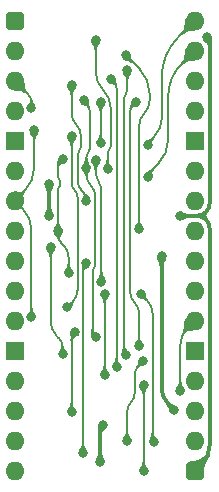
<source format=gbl>
%TF.GenerationSoftware,KiCad,Pcbnew,9.0.2*%
%TF.CreationDate,2025-06-17T18:59:47+02:00*%
%TF.ProjectId,Coprocessor Transceiver,436f7072-6f63-4657-9373-6f7220547261,V0*%
%TF.SameCoordinates,Original*%
%TF.FileFunction,Copper,L2,Bot*%
%TF.FilePolarity,Positive*%
%FSLAX46Y46*%
G04 Gerber Fmt 4.6, Leading zero omitted, Abs format (unit mm)*
G04 Created by KiCad (PCBNEW 9.0.2) date 2025-06-17 18:59:47*
%MOMM*%
%LPD*%
G01*
G04 APERTURE LIST*
G04 Aperture macros list*
%AMRoundRect*
0 Rectangle with rounded corners*
0 $1 Rounding radius*
0 $2 $3 $4 $5 $6 $7 $8 $9 X,Y pos of 4 corners*
0 Add a 4 corners polygon primitive as box body*
4,1,4,$2,$3,$4,$5,$6,$7,$8,$9,$2,$3,0*
0 Add four circle primitives for the rounded corners*
1,1,$1+$1,$2,$3*
1,1,$1+$1,$4,$5*
1,1,$1+$1,$6,$7*
1,1,$1+$1,$8,$9*
0 Add four rect primitives between the rounded corners*
20,1,$1+$1,$2,$3,$4,$5,0*
20,1,$1+$1,$4,$5,$6,$7,0*
20,1,$1+$1,$6,$7,$8,$9,0*
20,1,$1+$1,$8,$9,$2,$3,0*%
G04 Aperture macros list end*
%TA.AperFunction,ComponentPad*%
%ADD10RoundRect,0.400000X-0.400000X-0.400000X0.400000X-0.400000X0.400000X0.400000X-0.400000X0.400000X0*%
%TD*%
%TA.AperFunction,ComponentPad*%
%ADD11O,1.600000X1.600000*%
%TD*%
%TA.AperFunction,ComponentPad*%
%ADD12R,1.600000X1.600000*%
%TD*%
%TA.AperFunction,ViaPad*%
%ADD13C,0.800000*%
%TD*%
%TA.AperFunction,Conductor*%
%ADD14C,0.350000*%
%TD*%
%TA.AperFunction,Conductor*%
%ADD15C,0.200000*%
%TD*%
G04 APERTURE END LIST*
D10*
%TO.P,J2,1,Pin_1*%
%TO.N,5V*%
X0Y0D03*
D11*
%TO.P,J2,2,Pin_2*%
%TO.N,QD0_{0}*%
X0Y-2540000D03*
%TO.P,J2,3,Pin_3*%
%TO.N,QD0_{1}*%
X0Y-5080000D03*
%TO.P,J2,4,Pin_4*%
%TO.N,D0_{M}*%
X0Y-7620000D03*
D12*
%TO.P,J2,5,Pin_5*%
%TO.N,GND*%
X0Y-10160000D03*
D11*
%TO.P,J2,6,Pin_6*%
%TO.N,D1_{M}*%
X0Y-12700000D03*
%TO.P,J2,7,Pin_7*%
%TO.N,D2_{M}*%
X0Y-15240000D03*
%TO.P,J2,8,Pin_8*%
%TO.N,D3_{M}*%
X0Y-17780000D03*
%TO.P,J2,9,Pin_9*%
%TO.N,D4_{M}*%
X0Y-20320000D03*
%TO.P,J2,10,Pin_10*%
%TO.N,D5_{M}*%
X0Y-22860000D03*
%TO.P,J2,11,Pin_11*%
%TO.N,D6_{M}*%
X0Y-25400000D03*
D12*
%TO.P,J2,12,Pin_12*%
%TO.N,GND*%
X0Y-27940000D03*
D11*
%TO.P,J2,13,Pin_13*%
%TO.N,D7_{M}*%
X0Y-30480000D03*
%TO.P,J2,14,Pin_14*%
%TO.N,Q1D_{5}*%
X0Y-33020000D03*
%TO.P,J2,15,Pin_15*%
%TO.N,Q1D_{6}*%
X0Y-35560000D03*
%TO.P,J2,16,Pin_16*%
%TO.N,Q1D_{7}*%
X0Y-38100000D03*
D10*
%TO.P,J2,17,Pin_17*%
%TO.N,5V*%
X15240000Y-38100000D03*
D11*
%TO.P,J2,18,Pin_18*%
%TO.N,Q1D_{4}*%
X15240000Y-35560000D03*
%TO.P,J2,19,Pin_19*%
%TO.N,Q1D_{3}*%
X15240000Y-33020000D03*
%TO.P,J2,20,Pin_20*%
%TO.N,Q1D_{2}*%
X15240000Y-30480000D03*
D12*
%TO.P,J2,21,Pin_21*%
%TO.N,GND*%
X15240000Y-27940000D03*
D11*
%TO.P,J2,22,Pin_22*%
%TO.N,M~{Memory2\u20223}*%
X15240000Y-25400000D03*
%TO.P,J2,23,Pin_23*%
%TO.N,Q1D_{1}*%
X15240000Y-22860000D03*
%TO.P,J2,24,Pin_24*%
%TO.N,Q1D_{0}*%
X15240000Y-20320000D03*
%TO.P,J2,25,Pin_25*%
%TO.N,QD0_{7}*%
X15240000Y-17780000D03*
%TO.P,J2,26,Pin_26*%
%TO.N,QD0_{6}*%
X15240000Y-15240000D03*
%TO.P,J2,27,Pin_27*%
%TO.N,M~{Memory0\u20221}*%
X15240000Y-12700000D03*
D12*
%TO.P,J2,28,Pin_28*%
%TO.N,GND*%
X15240000Y-10160000D03*
D11*
%TO.P,J2,29,Pin_29*%
%TO.N,QD0_{5}*%
X15240000Y-7620000D03*
%TO.P,J2,30,Pin_30*%
%TO.N,QD0_{4}*%
X15240000Y-5080000D03*
%TO.P,J2,31,Pin_31*%
%TO.N,QD0_{3}*%
X15240000Y-2540000D03*
%TO.P,J2,32,Pin_32*%
%TO.N,QD0_{2}*%
X15240000Y0D03*
%TD*%
D13*
%TO.N,Q1D_{0}*%
X3048000Y-19177000D03*
X4064000Y-28194000D03*
%TO.N,5V*%
X16256000Y-1397000D03*
X13970000Y-16510000D03*
%TO.N,M~{Memory0\u20221}*%
X6858000Y-1651000D03*
X7874000Y-12561000D03*
%TO.N,QD0_{2}*%
X11279000Y-10541000D03*
%TO.N,QD0_{3}*%
X11279000Y-13196000D03*
%TO.N,QD0_{1}*%
X1419732Y-7387827D03*
%TO.N,QD0_{4}*%
X7284492Y-6858000D03*
X7284492Y-10382313D03*
%TO.N,GND*%
X2921000Y-13843000D03*
X2921000Y-16510000D03*
%TO.N,M~{Memory2\u20223}*%
X14017344Y-31317604D03*
%TO.N,GND*%
X12446000Y-19939000D03*
%TO.N,D6_{M}*%
X10541000Y-27559000D03*
X10287000Y-6855000D03*
%TO.N,D2_{M}*%
X1420202Y-25107541D03*
%TO.N,D3_{M}*%
X4572000Y-21336000D03*
%TO.N,Q1D_{3}*%
X6072000Y-20519583D03*
%TO.N,D3_{M}*%
X3683000Y-17780000D03*
%TO.N,D5_{M}*%
X4826000Y-9779000D03*
X4445000Y-24269000D03*
%TO.N,D1_{M}*%
X6855379Y-26784443D03*
X5830000Y-6731000D03*
X6074005Y-12442148D03*
%TO.N,D3_{M}*%
X4076000Y-11705000D03*
%TO.N,D2_{M}*%
X1651000Y-9271000D03*
%TO.N,QD0_{6}*%
X4826000Y-5461000D03*
X6072000Y-15240000D03*
%TO.N,D0_{M}*%
X8139500Y-4941500D03*
%TO.N,D7_{M}*%
X9525000Y-4191000D03*
X9398000Y-28291478D03*
%TO.N,Q1D_{2}*%
X7650620Y-23089936D03*
X7620000Y-29972000D03*
%TO.N,Q1D_{5}*%
X5080000Y-26365127D03*
X4826000Y-33147000D03*
%TO.N,Q1D_{4}*%
X10668000Y-23114000D03*
X11769831Y-35645831D03*
%TO.N,Q1D_{6}*%
X9525000Y-35560000D03*
X10864456Y-28829490D03*
%TO.N,Q1D_{7}*%
X10922000Y-30840000D03*
X10922000Y-38100000D03*
%TO.N,GND*%
X13525500Y-32956500D03*
%TO.N,5V*%
X7436000Y-34196312D03*
X7239000Y-37350000D03*
%TO.N,Q1D_{3}*%
X5790712Y-36576000D03*
%TO.N,D4_{M}*%
X6858000Y-11811000D03*
X7343020Y-22086000D03*
%TO.N,D0_{M}*%
X8636000Y-29337000D03*
%TO.N,QD0_{7}*%
X10529000Y-17653000D03*
X9398000Y-2921000D03*
%TD*%
D14*
%TO.N,5V*%
X16510000Y-15425987D02*
G75*
G02*
X16192504Y-16192504I-1084000J-13D01*
G01*
X16192500Y-16827500D02*
G75*
G02*
X16509995Y-17594012I-766500J-766500D01*
G01*
X16383000Y-1524000D02*
G75*
G02*
X16509998Y-1830605I-306600J-306600D01*
G01*
X16510000Y-35931974D02*
G75*
G02*
X15875001Y-37465001I-2168040J4D01*
G01*
X7337500Y-34294812D02*
G75*
G03*
X7239009Y-34532612I237800J-237788D01*
G01*
X15425987Y-16510000D02*
G75*
G03*
X16192504Y-16192504I13J1084000D01*
G01*
X16192500Y-16827500D02*
G75*
G03*
X15425987Y-16510005I-766500J-766500D01*
G01*
X16192500Y-16192500D02*
G75*
G03*
X16192500Y-16827500I317500J-317500D01*
G01*
%TO.N,GND*%
X12440000Y-19945000D02*
G75*
G03*
X12433994Y-19959485I14500J-14500D01*
G01*
X12434000Y-31093192D02*
G75*
G03*
X12979748Y-32410752I1863300J-8D01*
G01*
D15*
%TO.N,QD0_{1}*%
X1105743Y-6185743D02*
G75*
G02*
X1419730Y-6943779I-758043J-758037D01*
G01*
%TO.N,QD0_{7}*%
X10576875Y-4099875D02*
G75*
G02*
X11430000Y-6159500I-2059625J-2059625D01*
G01*
X10979500Y-7816500D02*
G75*
G03*
X10529001Y-8904103I1087600J-1087600D01*
G01*
X11430000Y-6728896D02*
G75*
G02*
X10979501Y-7816501I-1538100J-4D01*
G01*
%TO.N,QD0_{3}*%
X11356074Y-12900925D02*
G75*
G03*
X11278985Y-13087000I186026J-186075D01*
G01*
X12996000Y-10046897D02*
G75*
G02*
X12137501Y-12119501I-2931100J-3D01*
G01*
X14118000Y-3662000D02*
G75*
G03*
X12996003Y-6370747I2708740J-2708740D01*
G01*
%TO.N,QD0_{6}*%
X5908415Y-14613728D02*
G75*
G02*
X6072034Y-15008656I-394915J-394972D01*
G01*
X5324005Y-13500405D02*
G75*
G03*
X5698007Y-14403310I1276895J5D01*
G01*
X4826000Y-7841749D02*
G75*
G03*
X5216500Y-8784500I1333250J-1D01*
G01*
X5216500Y-8784500D02*
G75*
G02*
X5607000Y-9727250I-942750J-942750D01*
G01*
X5607000Y-10667638D02*
G75*
G02*
X5465500Y-11009241I-483110J8D01*
G01*
X5465502Y-11009243D02*
G75*
G03*
X5324036Y-11350848I341598J-341557D01*
G01*
%TO.N,QD0_{2}*%
X11360317Y-10229682D02*
G75*
G03*
X11278989Y-10426000I196283J-196318D01*
G01*
X12446000Y-8318806D02*
G75*
G02*
X11862498Y-9727498I-1992200J6D01*
G01*
X13843000Y-1396999D02*
G75*
G03*
X12446002Y-4769656I3372650J-3372651D01*
G01*
%TO.N,D5_{M}*%
X5074000Y-14344999D02*
G75*
G02*
X5321990Y-14943723I-598700J-598701D01*
G01*
X5322000Y-22771867D02*
G75*
G02*
X4883498Y-23830498I-1497140J7D01*
G01*
X4826000Y-13746274D02*
G75*
G03*
X5074001Y-14344998I846730J4D01*
G01*
%TO.N,Q1D_{6}*%
X9843000Y-32321000D02*
G75*
G03*
X9525008Y-33088719I767700J-767700D01*
G01*
X10512728Y-29181218D02*
G75*
G03*
X10160982Y-30030364I849172J-849182D01*
G01*
X10161000Y-31553280D02*
G75*
G02*
X9843006Y-32321006I-1085700J-20D01*
G01*
%TO.N,D1_{M}*%
X6590226Y-26331798D02*
G75*
G03*
X6722795Y-26651873I452674J-2D01*
G01*
X6088575Y-6989575D02*
G75*
G02*
X6347123Y-7613830I-624275J-624225D01*
G01*
X6448002Y-13941002D02*
G75*
G02*
X6821993Y-14843912I-902902J-902898D01*
G01*
X6706113Y-20946131D02*
G75*
G03*
X6590234Y-21225906I279787J-279769D01*
G01*
X6347150Y-10855857D02*
G75*
G02*
X6210576Y-11185571I-466300J7D01*
G01*
X6822000Y-20666355D02*
G75*
G02*
X6706114Y-20946132I-395680J5D01*
G01*
X6074005Y-13038092D02*
G75*
G03*
X6448001Y-13941003I1276895J-8D01*
G01*
X6210577Y-11185572D02*
G75*
G03*
X6073998Y-11515287I329723J-329728D01*
G01*
%TO.N,D4_{M}*%
X7100510Y-13589510D02*
G75*
G02*
X7343022Y-14174980I-585510J-585490D01*
G01*
X6858000Y-13004039D02*
G75*
G03*
X7100510Y-13589510I827980J-1D01*
G01*
%TO.N,D0_{M}*%
X8387750Y-5189750D02*
G75*
G02*
X8636009Y-5789078I-599350J-599350D01*
G01*
%TO.N,Q1D_{5}*%
X4953000Y-26492127D02*
G75*
G03*
X4826021Y-26798732I306600J-306573D01*
G01*
%TO.N,D7_{M}*%
X9287279Y-12647557D02*
G75*
G02*
X9279159Y-12667227I-27779J-43D01*
G01*
X9271000Y-11576214D02*
G75*
G03*
X9279145Y-11595860I27800J14D01*
G01*
X9525000Y-5916394D02*
G75*
G02*
X9398002Y-6223002I-433600J-6D01*
G01*
X9398000Y-6223000D02*
G75*
G03*
X9271002Y-6529605I306600J-306600D01*
G01*
X9271000Y-28074675D02*
G75*
G03*
X9334488Y-28227990I216800J-25D01*
G01*
X9279139Y-11595866D02*
G75*
G02*
X9287270Y-11615517I-19639J-19634D01*
G01*
X9279139Y-12667207D02*
G75*
G03*
X9270973Y-12686857I19661J-19693D01*
G01*
%TO.N,D6_{M}*%
X10160000Y-23876000D02*
G75*
G02*
X10540994Y-24795815I-919800J-919800D01*
G01*
X9779000Y-22956184D02*
G75*
G03*
X10159995Y-23876005I1300800J-16D01*
G01*
X10033000Y-7109000D02*
G75*
G03*
X9779004Y-7722210I613200J-613200D01*
G01*
%TO.N,Q1D_{3}*%
X5931356Y-20660227D02*
G75*
G03*
X5790692Y-20999771I339544J-339573D01*
G01*
%TO.N,Q1D_{2}*%
X7635310Y-23105246D02*
G75*
G03*
X7620014Y-23142207I36990J-36954D01*
G01*
%TO.N,D2_{M}*%
X1651000Y-12421566D02*
G75*
G02*
X825500Y-14414500I-2818441J3D01*
G01*
X710101Y-14529899D02*
G75*
G03*
X710101Y-15950101I710099J-710101D01*
G01*
X710101Y-15950101D02*
G75*
G02*
X1420202Y-17664436I-1714340J-1714337D01*
G01*
%TO.N,Q1D_{4}*%
X11684000Y-35499308D02*
G75*
G03*
X11726924Y-35602906I146500J8D01*
G01*
X11176000Y-23622000D02*
G75*
G02*
X11683992Y-24848420I-1226400J-1226400D01*
G01*
%TO.N,Q1D_{0}*%
X3048000Y-25443579D02*
G75*
G03*
X3556002Y-26669998I1734410J-1D01*
G01*
X3704789Y-26818789D02*
G75*
G02*
X4064006Y-27686000I-867189J-867211D01*
G01*
%TO.N,D3_{M}*%
X3683000Y-18161000D02*
G75*
G03*
X3952410Y-18811404I919800J0D01*
G01*
X3879500Y-11901500D02*
G75*
G03*
X3682997Y-12375892I474400J-474400D01*
G01*
X3683000Y-13209021D02*
G75*
G03*
X3740514Y-13347825I196300J21D01*
G01*
X3740500Y-13347839D02*
G75*
G02*
X3798036Y-13486656I-138800J-138861D01*
G01*
X3740500Y-14084161D02*
G75*
G03*
X3682980Y-14222978I138800J-138839D01*
G01*
X4127500Y-18986500D02*
G75*
G02*
X4571993Y-20059617I-1073100J-1073100D01*
G01*
X3798000Y-13945343D02*
G75*
G02*
X3740475Y-14084136I-196300J43D01*
G01*
%TO.N,M~{Memory0\u20221}*%
X8128000Y-10615394D02*
G75*
G02*
X8001002Y-10922002I-433600J-6D01*
G01*
X6858000Y-4308974D02*
G75*
G03*
X7493001Y-5841999I2168030J4D01*
G01*
X8001000Y-10922000D02*
G75*
G03*
X7874002Y-11228605I306600J-306600D01*
G01*
X7493000Y-5842000D02*
G75*
G02*
X8127989Y-7375025I-1533000J-1533000D01*
G01*
%TO.N,M~{Memory2\u20223}*%
X14628672Y-26011328D02*
G75*
G03*
X14017333Y-27487204I1475828J-1475872D01*
G01*
%TO.N,D2_{M}*%
X1420202Y-25107541D02*
X1420202Y-17664436D01*
%TO.N,Q1D_{3}*%
X5931356Y-20660227D02*
X6072000Y-20519583D01*
X5790712Y-36576000D02*
X5790712Y-20999771D01*
%TO.N,Q1D_{5}*%
X4953000Y-26492127D02*
X5080000Y-26365127D01*
X4826000Y-26798732D02*
X4826000Y-33147000D01*
%TO.N,D0_{M}*%
X8636000Y-5789078D02*
X8636000Y-29337000D01*
X8139500Y-4941500D02*
X8387750Y-5189750D01*
%TO.N,D5_{M}*%
X4826000Y-13746274D02*
X4826000Y-9779000D01*
X5322000Y-14943723D02*
X5322000Y-22771867D01*
X4445000Y-24269000D02*
X4883500Y-23830500D01*
%TO.N,QD0_{6}*%
X4826000Y-7841749D02*
X4826000Y-5461000D01*
X6072000Y-15008656D02*
X6072000Y-15240000D01*
X5324005Y-13500405D02*
X5324005Y-11350848D01*
X5908415Y-14613728D02*
X5698002Y-14403315D01*
X5607000Y-9727250D02*
X5607000Y-10667638D01*
%TO.N,QD0_{7}*%
X10576875Y-4099875D02*
X9398000Y-2921000D01*
X11430000Y-6159500D02*
X11430000Y-6728896D01*
X10529000Y-17653000D02*
X10529000Y-8904103D01*
%TO.N,M~{Memory0\u20221}*%
X7874000Y-12561000D02*
X7874000Y-11228605D01*
X8128000Y-10615394D02*
X8128000Y-7375025D01*
X6858000Y-4308974D02*
X6858000Y-1651000D01*
%TO.N,D4_{M}*%
X6858000Y-11811000D02*
X6858000Y-13004039D01*
X7343020Y-14174980D02*
X7343020Y-22086000D01*
%TO.N,D7_{M}*%
X9398000Y-28291478D02*
X9334500Y-28227978D01*
X9271000Y-28074675D02*
X9271000Y-12686857D01*
X9287279Y-12647557D02*
X9287279Y-11615517D01*
X9271000Y-11576214D02*
X9271000Y-6529605D01*
X9525000Y-5916394D02*
X9525000Y-4191000D01*
%TO.N,QD0_{2}*%
X11279000Y-10426000D02*
X11279000Y-10541000D01*
X11360317Y-10229682D02*
X11862500Y-9727500D01*
X12446000Y-8318806D02*
X12446000Y-4769656D01*
X13843000Y-1396999D02*
X15240000Y0D01*
%TO.N,QD0_{3}*%
X11279000Y-13087000D02*
X11279000Y-13196000D01*
X11356074Y-12900925D02*
X12137500Y-12119500D01*
X12996000Y-10046897D02*
X12996000Y-6370747D01*
X14118000Y-3662000D02*
X15240000Y-2540000D01*
%TO.N,QD0_{4}*%
X7284492Y-6858000D02*
X7284492Y-10382313D01*
%TO.N,Q1D_{0}*%
X4064000Y-28194000D02*
X4064000Y-27686000D01*
X3048000Y-19177000D02*
X3048000Y-25443579D01*
X3556000Y-26670000D02*
X3704789Y-26818789D01*
D14*
%TO.N,5V*%
X16256000Y-1397000D02*
X16383000Y-1524000D01*
X16510000Y-15425987D02*
X16510000Y-1830605D01*
X15875000Y-37465000D02*
X15240000Y-38100000D01*
X16510000Y-17594012D02*
X16510000Y-35931974D01*
X13970000Y-16510000D02*
X15425987Y-16510000D01*
D15*
%TO.N,D1_{M}*%
X6074005Y-12442148D02*
X6074005Y-13038092D01*
X6590226Y-26331798D02*
X6590226Y-21225906D01*
X6722802Y-26651866D02*
X6855379Y-26784443D01*
X6822000Y-14843912D02*
X6822000Y-20666355D01*
X6074005Y-12442148D02*
X6074005Y-11515287D01*
X6347150Y-7613830D02*
X6347150Y-10855857D01*
X6088575Y-6989575D02*
X5830000Y-6731000D01*
%TO.N,QD0_{1}*%
X1419732Y-6943779D02*
X1419732Y-7387827D01*
X1105743Y-6185743D02*
X0Y-5080000D01*
%TO.N,D6_{M}*%
X10287000Y-6855000D02*
X10033000Y-7109000D01*
X9779000Y-22956184D02*
X9779000Y-7722210D01*
X10541000Y-24795815D02*
X10541000Y-27559000D01*
D14*
%TO.N,GND*%
X2921000Y-16510000D02*
X2921000Y-13843000D01*
D15*
%TO.N,D3_{M}*%
X3683000Y-14222978D02*
X3683000Y-17780000D01*
X3798000Y-13486656D02*
X3798000Y-13945343D01*
X3683000Y-12375892D02*
X3683000Y-13209021D01*
X3879500Y-11901500D02*
X4076000Y-11705000D01*
%TO.N,M~{Memory2\u20223}*%
X14628672Y-26011328D02*
X15240000Y-25400000D01*
X14017344Y-27487204D02*
X14017344Y-31317604D01*
D14*
%TO.N,GND*%
X13525500Y-32956500D02*
X12979750Y-32410750D01*
X12434000Y-19959485D02*
X12434000Y-31093192D01*
X12440000Y-19945000D02*
X12446000Y-19939000D01*
D15*
%TO.N,D3_{M}*%
X4572000Y-21336000D02*
X4572000Y-20059617D01*
X3952407Y-18811407D02*
X4127500Y-18986500D01*
X3683000Y-18161000D02*
X3683000Y-17780000D01*
%TO.N,Q1D_{6}*%
X10512728Y-29181218D02*
X10864456Y-28829490D01*
X9525000Y-33088719D02*
X9525000Y-35560000D01*
X10161000Y-30030364D02*
X10161000Y-31553280D01*
%TO.N,Q1D_{2}*%
X7635310Y-23105246D02*
X7650620Y-23089936D01*
X7620000Y-23142207D02*
X7620000Y-29972000D01*
%TO.N,Q1D_{4}*%
X11684000Y-35499308D02*
X11684000Y-24848420D01*
X10668000Y-23114000D02*
X11176000Y-23622000D01*
X11726915Y-35602915D02*
X11769831Y-35645831D01*
%TO.N,D2_{M}*%
X1651000Y-12421566D02*
X1651000Y-9271000D01*
X825500Y-14414500D02*
X710101Y-14529899D01*
%TO.N,Q1D_{7}*%
X10922000Y-30840000D02*
X10922000Y-38100000D01*
D14*
%TO.N,5V*%
X7239000Y-37350000D02*
X7239000Y-34532612D01*
X7436000Y-34196312D02*
X7337500Y-34294812D01*
%TD*%
%TA.AperFunction,Conductor*%
%TO.N,5V*%
G36*
X16645392Y-1323030D02*
G01*
X16650349Y-1330488D01*
X16650389Y-1330706D01*
X16678937Y-1492229D01*
X16679046Y-1492989D01*
X16692984Y-1620078D01*
X16693054Y-1621424D01*
X16691740Y-1839939D01*
X16691736Y-1840157D01*
X16685281Y-2101919D01*
X16681652Y-2110106D01*
X16673585Y-2113331D01*
X16345381Y-2113331D01*
X16337108Y-2109904D01*
X16333764Y-2103024D01*
X16321025Y-1996796D01*
X16282666Y-1918907D01*
X16282662Y-1918901D01*
X16225267Y-1865167D01*
X16154186Y-1821097D01*
X16123175Y-1802957D01*
X16122265Y-1802366D01*
X16015839Y-1726048D01*
X16013791Y-1724175D01*
X15932021Y-1629224D01*
X15929219Y-1620719D01*
X15933252Y-1612723D01*
X15934354Y-1611883D01*
X16254047Y-1397310D01*
X16258308Y-1395546D01*
X16636615Y-1321261D01*
X16645392Y-1323030D01*
G37*
%TD.AperFunction*%
%TD*%
%TA.AperFunction,Conductor*%
%TO.N,5V*%
G36*
X16196305Y-36680595D02*
G01*
X16499157Y-36806042D01*
X16505489Y-36812374D01*
X16505489Y-36821328D01*
X16504777Y-36822762D01*
X16428244Y-36953501D01*
X16268215Y-37289327D01*
X16143611Y-37631306D01*
X16143606Y-37631322D01*
X16066682Y-37934832D01*
X16034642Y-38186140D01*
X16039542Y-38369009D01*
X16036338Y-38377371D01*
X16028159Y-38381018D01*
X16023919Y-38380343D01*
X15244194Y-38102553D01*
X15237552Y-38096550D01*
X14869832Y-37318027D01*
X14869398Y-37309084D01*
X14875415Y-37302452D01*
X14881208Y-37301358D01*
X14944302Y-37305666D01*
X15058446Y-37302964D01*
X15083083Y-37300000D01*
X15172940Y-37289190D01*
X15172942Y-37289190D01*
X15274420Y-37267537D01*
X15298269Y-37262449D01*
X15421473Y-37224932D01*
X15550286Y-37174056D01*
X15673410Y-37114034D01*
X15791926Y-37044862D01*
X15900919Y-36969789D01*
X16076338Y-36816567D01*
X16182710Y-36684078D01*
X16190559Y-36679774D01*
X16196305Y-36680595D01*
G37*
%TD.AperFunction*%
%TD*%
%TA.AperFunction,Conductor*%
%TO.N,QD0_{6}*%
G36*
X5896670Y-14460157D02*
G01*
X6079932Y-14634434D01*
X6079967Y-14634513D01*
X6079991Y-14634490D01*
X6205882Y-14755899D01*
X6206732Y-14756812D01*
X6293376Y-14860336D01*
X6293962Y-14861097D01*
X6397680Y-15007989D01*
X6399652Y-15016723D01*
X6394870Y-15024295D01*
X6394646Y-15024449D01*
X6076751Y-15237989D01*
X6067973Y-15239758D01*
X6067929Y-15239749D01*
X5692425Y-15164516D01*
X5684986Y-15159531D01*
X5683251Y-15150746D01*
X5683553Y-15149561D01*
X5720621Y-15030670D01*
X5721270Y-15029038D01*
X5772672Y-14923925D01*
X5808220Y-14852861D01*
X5831753Y-14769948D01*
X5830248Y-14731746D01*
X5818602Y-14692156D01*
X5818600Y-14692154D01*
X5818599Y-14692149D01*
X5791425Y-14645046D01*
X5791422Y-14645042D01*
X5754110Y-14601948D01*
X5751285Y-14593451D01*
X5754681Y-14586018D01*
X5880337Y-14460362D01*
X5888609Y-14456936D01*
X5896670Y-14460157D01*
G37*
%TD.AperFunction*%
%TD*%
%TA.AperFunction,Conductor*%
%TO.N,D1_{M}*%
G36*
X6688161Y-26077019D02*
G01*
X6691499Y-26083852D01*
X6704628Y-26189708D01*
X6704628Y-26189709D01*
X6704629Y-26189710D01*
X6745700Y-26264446D01*
X6810231Y-26314143D01*
X6895014Y-26355144D01*
X6923358Y-26367994D01*
X6932938Y-26372338D01*
X6933745Y-26372742D01*
X7066445Y-26445717D01*
X7072043Y-26452706D01*
X7071059Y-26461607D01*
X7070544Y-26462456D01*
X6859731Y-26778909D01*
X6852292Y-26783894D01*
X6847683Y-26783892D01*
X6473939Y-26708597D01*
X6466506Y-26703603D01*
X6464674Y-26695431D01*
X6497985Y-26468287D01*
X6496276Y-26296185D01*
X6490553Y-26085610D01*
X6493754Y-26077247D01*
X6501931Y-26073596D01*
X6502249Y-26073592D01*
X6679888Y-26073592D01*
X6688161Y-26077019D01*
G37*
%TD.AperFunction*%
%TD*%
%TA.AperFunction,Conductor*%
%TO.N,D1_{M}*%
G36*
X6219531Y-6657003D02*
G01*
X6224488Y-6664461D01*
X6224503Y-6664540D01*
X6236724Y-6729137D01*
X6255858Y-6830277D01*
X6278477Y-6948196D01*
X6279532Y-6953695D01*
X6279532Y-6953698D01*
X6279533Y-6953700D01*
X6320249Y-7102268D01*
X6364284Y-7216550D01*
X6397183Y-7301931D01*
X6396959Y-7310883D01*
X6390742Y-7316948D01*
X6226114Y-7385131D01*
X6217159Y-7385130D01*
X6211429Y-7380037D01*
X6154703Y-7278735D01*
X6154701Y-7278731D01*
X6084743Y-7216551D01*
X6084742Y-7216550D01*
X6005898Y-7186007D01*
X6005892Y-7186005D01*
X6005891Y-7186005D01*
X6005887Y-7186004D01*
X6005886Y-7186004D01*
X5917410Y-7170530D01*
X5873926Y-7164011D01*
X5872838Y-7163794D01*
X5739784Y-7130715D01*
X5737282Y-7129779D01*
X5619456Y-7069559D01*
X5613649Y-7062743D01*
X5614363Y-7053816D01*
X5615028Y-7052679D01*
X5826917Y-6734137D01*
X5834352Y-6729148D01*
X5834392Y-6729139D01*
X6210753Y-6655234D01*
X6219531Y-6657003D01*
G37*
%TD.AperFunction*%
%TD*%
%TA.AperFunction,Conductor*%
%TO.N,D0_{M}*%
G36*
X8529442Y-4867421D02*
G01*
X8534328Y-4874543D01*
X8549090Y-4939580D01*
X8578331Y-5068415D01*
X8578337Y-5068435D01*
X8618499Y-5206762D01*
X8629454Y-5242571D01*
X8629533Y-5242839D01*
X8664582Y-5368016D01*
X8664735Y-5368625D01*
X8702578Y-5538347D01*
X8701033Y-5547167D01*
X8693704Y-5552313D01*
X8693441Y-5552368D01*
X8519762Y-5586919D01*
X8510979Y-5585172D01*
X8506182Y-5578487D01*
X8495369Y-5538347D01*
X8491704Y-5524742D01*
X8468825Y-5475403D01*
X8440753Y-5438855D01*
X8440751Y-5438854D01*
X8440751Y-5438853D01*
X8407847Y-5412911D01*
X8328990Y-5384115D01*
X8235148Y-5371546D01*
X8172705Y-5364498D01*
X8171448Y-5364287D01*
X8039949Y-5334697D01*
X8037310Y-5333759D01*
X7929159Y-5279997D01*
X7923276Y-5273246D01*
X7923890Y-5264312D01*
X7924621Y-5263047D01*
X8136604Y-4944576D01*
X8144039Y-4939590D01*
X8520666Y-4865652D01*
X8529442Y-4867421D01*
G37*
%TD.AperFunction*%
%TD*%
%TA.AperFunction,Conductor*%
%TO.N,Q1D_{5}*%
G36*
X5084005Y-26366816D02*
G01*
X5084049Y-26366845D01*
X5401870Y-26580161D01*
X5406830Y-26587617D01*
X5405065Y-26596396D01*
X5404379Y-26597316D01*
X5347391Y-26666476D01*
X5345717Y-26668135D01*
X5277507Y-26723272D01*
X5275460Y-26724600D01*
X5136393Y-26795396D01*
X5135942Y-26795613D01*
X5065481Y-26827766D01*
X4990863Y-26880290D01*
X4990859Y-26880294D01*
X4990858Y-26880295D01*
X4984185Y-26888759D01*
X4964708Y-26913465D01*
X4964706Y-26913468D01*
X4944649Y-26955057D01*
X4930831Y-27011260D01*
X4926747Y-27070809D01*
X4922763Y-27078828D01*
X4915075Y-27081708D01*
X4737874Y-27081708D01*
X4729601Y-27078281D01*
X4726174Y-27070008D01*
X4726175Y-27069835D01*
X4728848Y-26888750D01*
X4728960Y-26880290D01*
X4730423Y-26770091D01*
X4720784Y-26636385D01*
X4689604Y-26454361D01*
X4691585Y-26445630D01*
X4698822Y-26440919D01*
X5075218Y-26365090D01*
X5084005Y-26366816D01*
G37*
%TD.AperFunction*%
%TD*%
%TA.AperFunction,Conductor*%
%TO.N,D6_{M}*%
G36*
X10282411Y-6853080D02*
G01*
X10289868Y-6858037D01*
X10289896Y-6858078D01*
X10502125Y-7176917D01*
X10503856Y-7185702D01*
X10498868Y-7193139D01*
X10497954Y-7193689D01*
X10424038Y-7233696D01*
X10422132Y-7234518D01*
X10340864Y-7261308D01*
X10338875Y-7261776D01*
X10186380Y-7283817D01*
X10186117Y-7283852D01*
X10130192Y-7290647D01*
X10091350Y-7295366D01*
X10091347Y-7295366D01*
X10091347Y-7295367D01*
X10010770Y-7324069D01*
X9979465Y-7348376D01*
X9952510Y-7382199D01*
X9928246Y-7432620D01*
X9921415Y-7457632D01*
X9912917Y-7488745D01*
X9907431Y-7495823D01*
X9899348Y-7497137D01*
X9725746Y-7462607D01*
X9718300Y-7457632D01*
X9716553Y-7448850D01*
X9716634Y-7448474D01*
X9720333Y-7432615D01*
X9761437Y-7256384D01*
X9761648Y-7255610D01*
X9804288Y-7118601D01*
X9822957Y-7061649D01*
X9857015Y-6944042D01*
X9892184Y-6788059D01*
X9897345Y-6780746D01*
X9905848Y-6779155D01*
X10282411Y-6853080D01*
G37*
%TD.AperFunction*%
%TD*%
%TA.AperFunction,Conductor*%
%TO.N,Q1D_{3}*%
G36*
X6073091Y-20521859D02*
G01*
X6076352Y-20525116D01*
X6287251Y-20841698D01*
X6288986Y-20850482D01*
X6284001Y-20857921D01*
X6283275Y-20858367D01*
X6190680Y-20910754D01*
X6189561Y-20911311D01*
X6096862Y-20951377D01*
X6096795Y-20951406D01*
X6033217Y-20978413D01*
X5955924Y-21026992D01*
X5929690Y-21057294D01*
X5909794Y-21095617D01*
X5895597Y-21150883D01*
X5895595Y-21150897D01*
X5891461Y-21211011D01*
X5887475Y-21219029D01*
X5879789Y-21221908D01*
X5702989Y-21221908D01*
X5694716Y-21218481D01*
X5691289Y-21210208D01*
X5691303Y-21209644D01*
X5702570Y-20976002D01*
X5702574Y-20975924D01*
X5709911Y-20842325D01*
X5709910Y-20842306D01*
X5702936Y-20738924D01*
X5702934Y-20738918D01*
X5702934Y-20738905D01*
X5681519Y-20608758D01*
X5683557Y-20600039D01*
X5690752Y-20595389D01*
X6064305Y-20520133D01*
X6073091Y-20521859D01*
G37*
%TD.AperFunction*%
%TD*%
%TA.AperFunction,Conductor*%
%TO.N,D2_{M}*%
G36*
X762636Y-14351638D02*
G01*
X888366Y-14477368D01*
X891793Y-14485641D01*
X888795Y-14493462D01*
X834075Y-14554343D01*
X834065Y-14554356D01*
X790049Y-14618521D01*
X761670Y-14678951D01*
X746446Y-14736878D01*
X745586Y-14850038D01*
X767661Y-14967737D01*
X785460Y-15054301D01*
X785643Y-15055502D01*
X794224Y-15142036D01*
X801850Y-15218941D01*
X801851Y-15221238D01*
X785892Y-15383238D01*
X781670Y-15391135D01*
X773101Y-15393735D01*
X771977Y-15393569D01*
X6979Y-15242227D01*
X-471Y-15237259D01*
X-2228Y-15233020D01*
X-153637Y-14467677D01*
X-151880Y-14458896D01*
X-144430Y-14453928D01*
X-143643Y-14453800D01*
X-28413Y-14439232D01*
X-26787Y-14439142D01*
X83601Y-14440856D01*
X85345Y-14441015D01*
X272189Y-14472326D01*
X272300Y-14472345D01*
X402784Y-14495832D01*
X512736Y-14491809D01*
X566567Y-14476274D01*
X622653Y-14449269D01*
X686283Y-14405428D01*
X746538Y-14351212D01*
X754979Y-14348227D01*
X762636Y-14351638D01*
G37*
%TD.AperFunction*%
%TD*%
%TA.AperFunction,Conductor*%
%TO.N,D3_{M}*%
G36*
X4062920Y-17855544D02*
G01*
X4070355Y-17860533D01*
X4072083Y-17869319D01*
X4071871Y-17870200D01*
X4048300Y-17953473D01*
X4047651Y-17955220D01*
X4011892Y-18032107D01*
X4010912Y-18033819D01*
X3927298Y-18154963D01*
X3927026Y-18155341D01*
X3888543Y-18206610D01*
X3842466Y-18292883D01*
X3842462Y-18292893D01*
X3832360Y-18337134D01*
X3831220Y-18386987D01*
X3841767Y-18448582D01*
X3862851Y-18510291D01*
X3862283Y-18519228D01*
X3856257Y-18524883D01*
X3692090Y-18592886D01*
X3683135Y-18592886D01*
X3676955Y-18586905D01*
X3646954Y-18520682D01*
X3555940Y-18319777D01*
X3555937Y-18319771D01*
X3420834Y-18106859D01*
X3370522Y-18032107D01*
X3356949Y-18011941D01*
X3355173Y-18003166D01*
X3360121Y-17995705D01*
X3678570Y-17781795D01*
X3687344Y-17780027D01*
X4062920Y-17855544D01*
G37*
%TD.AperFunction*%
%TD*%
%TA.AperFunction,Conductor*%
%TO.N,D3_{M}*%
G36*
X4071245Y-11703062D02*
G01*
X4078702Y-11708018D01*
X4078728Y-11708056D01*
X4291220Y-12027068D01*
X4292954Y-12035853D01*
X4287968Y-12043292D01*
X4287198Y-12043763D01*
X4225264Y-12078438D01*
X4223743Y-12079150D01*
X4166473Y-12101109D01*
X4153051Y-12106256D01*
X4151518Y-12106726D01*
X4017473Y-12137965D01*
X4017333Y-12137996D01*
X3926721Y-12157946D01*
X3852367Y-12192651D01*
X3825946Y-12218365D01*
X3805363Y-12252568D01*
X3789923Y-12303037D01*
X3789922Y-12303043D01*
X3784337Y-12357912D01*
X3780090Y-12365795D01*
X3772373Y-12368423D01*
X3595390Y-12363516D01*
X3587215Y-12359861D01*
X3584018Y-12351496D01*
X3584032Y-12351165D01*
X3602024Y-12050473D01*
X3602191Y-12049092D01*
X3645722Y-11811031D01*
X3645741Y-11810936D01*
X3681345Y-11638311D01*
X3686372Y-11630903D01*
X3695055Y-11629196D01*
X4071245Y-11703062D01*
G37*
%TD.AperFunction*%
%TD*%
%TA.AperFunction,Conductor*%
%TO.N,D2_{M}*%
G36*
X1517690Y-24318654D02*
G01*
X1521078Y-24325976D01*
X1531160Y-24449661D01*
X1560514Y-24549255D01*
X1560515Y-24549257D01*
X1602987Y-24626719D01*
X1653315Y-24694788D01*
X1653370Y-24694860D01*
X1691474Y-24745176D01*
X1692251Y-24746342D01*
X1762060Y-24866188D01*
X1762906Y-24867971D01*
X1789794Y-24939718D01*
X1790183Y-24940962D01*
X1809513Y-25017597D01*
X1808213Y-25026457D01*
X1801030Y-25031804D01*
X1800479Y-25031929D01*
X1422513Y-25108075D01*
X1417891Y-25108075D01*
X1040131Y-25031971D01*
X1032698Y-25026977D01*
X1030972Y-25018190D01*
X1031148Y-25017447D01*
X1051999Y-24940330D01*
X1058761Y-24915319D01*
X1059341Y-24913676D01*
X1097653Y-24826603D01*
X1098682Y-24824744D01*
X1187089Y-24694788D01*
X1187119Y-24694744D01*
X1255867Y-24597185D01*
X1302134Y-24482603D01*
X1315443Y-24407214D01*
X1319628Y-24326323D01*
X1323477Y-24318238D01*
X1331312Y-24315227D01*
X1509417Y-24315227D01*
X1517690Y-24318654D01*
G37*
%TD.AperFunction*%
%TD*%
%TA.AperFunction,Conductor*%
%TO.N,Q1D_{3}*%
G36*
X5888200Y-35787113D02*
G01*
X5891588Y-35794435D01*
X5901670Y-35918120D01*
X5931024Y-36017714D01*
X5931025Y-36017716D01*
X5973497Y-36095178D01*
X6023825Y-36163247D01*
X6023880Y-36163319D01*
X6061984Y-36213635D01*
X6062761Y-36214801D01*
X6132570Y-36334647D01*
X6133416Y-36336430D01*
X6160304Y-36408177D01*
X6160693Y-36409421D01*
X6180023Y-36486056D01*
X6178723Y-36494916D01*
X6171540Y-36500263D01*
X6170989Y-36500388D01*
X5793023Y-36576534D01*
X5788401Y-36576534D01*
X5410641Y-36500430D01*
X5403208Y-36495436D01*
X5401482Y-36486649D01*
X5401658Y-36485906D01*
X5422509Y-36408789D01*
X5429271Y-36383778D01*
X5429851Y-36382135D01*
X5468163Y-36295062D01*
X5469192Y-36293203D01*
X5557599Y-36163247D01*
X5557629Y-36163203D01*
X5626377Y-36065644D01*
X5672644Y-35951062D01*
X5685953Y-35875673D01*
X5690138Y-35794782D01*
X5693987Y-35786697D01*
X5701822Y-35783686D01*
X5879927Y-35783686D01*
X5888200Y-35787113D01*
G37*
%TD.AperFunction*%
%TD*%
%TA.AperFunction,Conductor*%
%TO.N,Q1D_{5}*%
G36*
X4923488Y-32358113D02*
G01*
X4926876Y-32365435D01*
X4936958Y-32489120D01*
X4966312Y-32588714D01*
X4966313Y-32588716D01*
X5008785Y-32666178D01*
X5059113Y-32734247D01*
X5059168Y-32734319D01*
X5097272Y-32784635D01*
X5098049Y-32785801D01*
X5167858Y-32905647D01*
X5168704Y-32907430D01*
X5195592Y-32979177D01*
X5195981Y-32980421D01*
X5215311Y-33057056D01*
X5214011Y-33065916D01*
X5206828Y-33071263D01*
X5206277Y-33071388D01*
X4828311Y-33147534D01*
X4823689Y-33147534D01*
X4445929Y-33071430D01*
X4438496Y-33066436D01*
X4436770Y-33057649D01*
X4436946Y-33056906D01*
X4457797Y-32979789D01*
X4464559Y-32954778D01*
X4465139Y-32953135D01*
X4503451Y-32866062D01*
X4504480Y-32864203D01*
X4592887Y-32734247D01*
X4592917Y-32734203D01*
X4661665Y-32636644D01*
X4707932Y-32522062D01*
X4721241Y-32446673D01*
X4725426Y-32365782D01*
X4729275Y-32357697D01*
X4737110Y-32354686D01*
X4915215Y-32354686D01*
X4923488Y-32358113D01*
G37*
%TD.AperFunction*%
%TD*%
%TA.AperFunction,Conductor*%
%TO.N,D0_{M}*%
G36*
X8733488Y-28548113D02*
G01*
X8736876Y-28555435D01*
X8746958Y-28679120D01*
X8776312Y-28778714D01*
X8776313Y-28778716D01*
X8818785Y-28856178D01*
X8869113Y-28924247D01*
X8869168Y-28924319D01*
X8907272Y-28974635D01*
X8908049Y-28975801D01*
X8977858Y-29095647D01*
X8978704Y-29097430D01*
X9005592Y-29169177D01*
X9005981Y-29170421D01*
X9025311Y-29247056D01*
X9024011Y-29255916D01*
X9016828Y-29261263D01*
X9016277Y-29261388D01*
X8638311Y-29337534D01*
X8633689Y-29337534D01*
X8255929Y-29261430D01*
X8248496Y-29256436D01*
X8246770Y-29247649D01*
X8246946Y-29246906D01*
X8267797Y-29169789D01*
X8274559Y-29144778D01*
X8275139Y-29143135D01*
X8313451Y-29056062D01*
X8314480Y-29054203D01*
X8402887Y-28924247D01*
X8402917Y-28924203D01*
X8471665Y-28826644D01*
X8517932Y-28712062D01*
X8531241Y-28636673D01*
X8535426Y-28555782D01*
X8539275Y-28547697D01*
X8547110Y-28544686D01*
X8725215Y-28544686D01*
X8733488Y-28548113D01*
G37*
%TD.AperFunction*%
%TD*%
%TA.AperFunction,Conductor*%
%TO.N,D5_{M}*%
G36*
X5206070Y-9854569D02*
G01*
X5213503Y-9859563D01*
X5215229Y-9868350D01*
X5215053Y-9869093D01*
X5187442Y-9971213D01*
X5186857Y-9972871D01*
X5148550Y-10059930D01*
X5147515Y-10061799D01*
X5059162Y-10191679D01*
X5059052Y-10191837D01*
X4990335Y-10289353D01*
X4944068Y-10403937D01*
X4930758Y-10479332D01*
X4930757Y-10479341D01*
X4926574Y-10560218D01*
X4922725Y-10568303D01*
X4914890Y-10571314D01*
X4736785Y-10571314D01*
X4728512Y-10567887D01*
X4725124Y-10560565D01*
X4718502Y-10479332D01*
X4715042Y-10436880D01*
X4685688Y-10337287D01*
X4685686Y-10337283D01*
X4643213Y-10259821D01*
X4592886Y-10191752D01*
X4584276Y-10180383D01*
X4554724Y-10141359D01*
X4553950Y-10140197D01*
X4507195Y-10059930D01*
X4484140Y-10020350D01*
X4483295Y-10018568D01*
X4456407Y-9946822D01*
X4456018Y-9945578D01*
X4436688Y-9868939D01*
X4437988Y-9860083D01*
X4445171Y-9854736D01*
X4445713Y-9854612D01*
X4823692Y-9778465D01*
X4828308Y-9778465D01*
X5206070Y-9854569D01*
G37*
%TD.AperFunction*%
%TD*%
%TA.AperFunction,Conductor*%
%TO.N,D5_{M}*%
G36*
X4893208Y-23693494D02*
G01*
X5014524Y-23781635D01*
X5036880Y-23797878D01*
X5041559Y-23805513D01*
X5039665Y-23813941D01*
X4960486Y-23929896D01*
X4960480Y-23929906D01*
X4910850Y-24025057D01*
X4882033Y-24117186D01*
X4858886Y-24233500D01*
X4839511Y-24335469D01*
X4834600Y-24342957D01*
X4825833Y-24344779D01*
X4825760Y-24344765D01*
X4452117Y-24271323D01*
X4444661Y-24266365D01*
X4442895Y-24262105D01*
X4396194Y-24025057D01*
X4369337Y-23888731D01*
X4371100Y-23879952D01*
X4378554Y-23874991D01*
X4379109Y-23874895D01*
X4476354Y-23860554D01*
X4477220Y-23860461D01*
X4566976Y-23854151D01*
X4691732Y-23839907D01*
X4735820Y-23824419D01*
X4779138Y-23798859D01*
X4829792Y-23753626D01*
X4877279Y-23695551D01*
X4885165Y-23691318D01*
X4893208Y-23693494D01*
G37*
%TD.AperFunction*%
%TD*%
%TA.AperFunction,Conductor*%
%TO.N,QD0_{6}*%
G36*
X5206070Y-5536569D02*
G01*
X5213503Y-5541563D01*
X5215229Y-5550350D01*
X5215053Y-5551093D01*
X5187442Y-5653213D01*
X5186857Y-5654871D01*
X5148550Y-5741930D01*
X5147515Y-5743799D01*
X5059162Y-5873679D01*
X5059052Y-5873837D01*
X4990335Y-5971353D01*
X4944068Y-6085937D01*
X4930758Y-6161332D01*
X4930757Y-6161341D01*
X4926574Y-6242218D01*
X4922725Y-6250303D01*
X4914890Y-6253314D01*
X4736785Y-6253314D01*
X4728512Y-6249887D01*
X4725124Y-6242565D01*
X4718502Y-6161332D01*
X4715042Y-6118880D01*
X4685688Y-6019287D01*
X4685686Y-6019283D01*
X4643213Y-5941821D01*
X4592886Y-5873752D01*
X4584276Y-5862383D01*
X4554724Y-5823359D01*
X4553950Y-5822197D01*
X4507195Y-5741930D01*
X4484140Y-5702350D01*
X4483295Y-5700568D01*
X4456407Y-5628822D01*
X4456018Y-5627578D01*
X4436688Y-5550939D01*
X4437988Y-5542083D01*
X4445171Y-5536736D01*
X4445713Y-5536612D01*
X4823692Y-5460465D01*
X4828308Y-5460465D01*
X5206070Y-5536569D01*
G37*
%TD.AperFunction*%
%TD*%
%TA.AperFunction,Conductor*%
%TO.N,QD0_{7}*%
G36*
X9736406Y-2708953D02*
G01*
X9736808Y-2709602D01*
X9789496Y-2801341D01*
X9790254Y-2802927D01*
X9824726Y-2891569D01*
X9825316Y-2893623D01*
X9854685Y-3047972D01*
X9854719Y-3048162D01*
X9875077Y-3165670D01*
X9875078Y-3165674D01*
X9912039Y-3252699D01*
X9923385Y-3279411D01*
X9961165Y-3333392D01*
X9967284Y-3342135D01*
X10021520Y-3402288D01*
X10024515Y-3410727D01*
X10021104Y-3418396D01*
X9895166Y-3544334D01*
X9886893Y-3547761D01*
X9879319Y-3544979D01*
X9784735Y-3464652D01*
X9784733Y-3464651D01*
X9784732Y-3464650D01*
X9693552Y-3414984D01*
X9693551Y-3414983D01*
X9693550Y-3414983D01*
X9608743Y-3390241D01*
X9539992Y-3379939D01*
X9525036Y-3377698D01*
X9525022Y-3377696D01*
X9462416Y-3369048D01*
X9461032Y-3368771D01*
X9326928Y-3333392D01*
X9325069Y-3332729D01*
X9255327Y-3301010D01*
X9254172Y-3300405D01*
X9209400Y-3273669D01*
X9186312Y-3259882D01*
X9180967Y-3252699D01*
X9182267Y-3243839D01*
X9182556Y-3243379D01*
X9395988Y-2922255D01*
X9399256Y-2918988D01*
X9440510Y-2891569D01*
X9720187Y-2705684D01*
X9728973Y-2703959D01*
X9736406Y-2708953D01*
G37*
%TD.AperFunction*%
%TD*%
%TA.AperFunction,Conductor*%
%TO.N,QD0_{7}*%
G36*
X10626488Y-16864113D02*
G01*
X10629876Y-16871435D01*
X10639958Y-16995120D01*
X10669312Y-17094714D01*
X10669313Y-17094716D01*
X10711785Y-17172178D01*
X10762113Y-17240247D01*
X10762168Y-17240319D01*
X10800272Y-17290635D01*
X10801049Y-17291801D01*
X10870858Y-17411647D01*
X10871704Y-17413430D01*
X10898592Y-17485177D01*
X10898981Y-17486421D01*
X10918311Y-17563056D01*
X10917011Y-17571916D01*
X10909828Y-17577263D01*
X10909277Y-17577388D01*
X10531311Y-17653534D01*
X10526689Y-17653534D01*
X10148929Y-17577430D01*
X10141496Y-17572436D01*
X10139770Y-17563649D01*
X10139946Y-17562906D01*
X10160797Y-17485789D01*
X10167559Y-17460778D01*
X10168139Y-17459135D01*
X10206451Y-17372062D01*
X10207480Y-17370203D01*
X10295887Y-17240247D01*
X10295917Y-17240203D01*
X10364665Y-17142644D01*
X10410932Y-17028062D01*
X10424241Y-16952673D01*
X10428426Y-16871782D01*
X10432275Y-16863697D01*
X10440110Y-16860686D01*
X10618215Y-16860686D01*
X10626488Y-16864113D01*
G37*
%TD.AperFunction*%
%TD*%
%TA.AperFunction,Conductor*%
%TO.N,M~{Memory0\u20221}*%
G36*
X7971488Y-11772113D02*
G01*
X7974876Y-11779435D01*
X7984958Y-11903120D01*
X8014312Y-12002714D01*
X8014313Y-12002716D01*
X8056785Y-12080178D01*
X8107113Y-12148247D01*
X8107168Y-12148319D01*
X8145272Y-12198635D01*
X8146049Y-12199801D01*
X8215858Y-12319647D01*
X8216704Y-12321430D01*
X8243592Y-12393177D01*
X8243981Y-12394421D01*
X8263311Y-12471056D01*
X8262011Y-12479916D01*
X8254828Y-12485263D01*
X8254277Y-12485388D01*
X7876311Y-12561534D01*
X7871689Y-12561534D01*
X7493929Y-12485430D01*
X7486496Y-12480436D01*
X7484770Y-12471649D01*
X7484946Y-12470906D01*
X7505797Y-12393789D01*
X7512559Y-12368778D01*
X7513139Y-12367135D01*
X7551451Y-12280062D01*
X7552480Y-12278203D01*
X7640887Y-12148247D01*
X7640917Y-12148203D01*
X7709665Y-12050644D01*
X7755932Y-11936062D01*
X7769241Y-11860673D01*
X7773426Y-11779782D01*
X7777275Y-11771697D01*
X7785110Y-11768686D01*
X7963215Y-11768686D01*
X7971488Y-11772113D01*
G37*
%TD.AperFunction*%
%TD*%
%TA.AperFunction,Conductor*%
%TO.N,M~{Memory0\u20221}*%
G36*
X7238070Y-1726569D02*
G01*
X7245503Y-1731563D01*
X7247229Y-1740350D01*
X7247053Y-1741093D01*
X7219442Y-1843213D01*
X7218857Y-1844871D01*
X7180550Y-1931930D01*
X7179515Y-1933799D01*
X7091162Y-2063679D01*
X7091052Y-2063837D01*
X7022335Y-2161353D01*
X6976068Y-2275937D01*
X6962758Y-2351332D01*
X6962757Y-2351341D01*
X6958574Y-2432218D01*
X6954725Y-2440303D01*
X6946890Y-2443314D01*
X6768785Y-2443314D01*
X6760512Y-2439887D01*
X6757124Y-2432565D01*
X6750502Y-2351332D01*
X6747042Y-2308880D01*
X6717688Y-2209287D01*
X6717686Y-2209283D01*
X6675213Y-2131821D01*
X6624886Y-2063752D01*
X6616276Y-2052383D01*
X6586724Y-2013359D01*
X6585950Y-2012197D01*
X6539195Y-1931930D01*
X6516140Y-1892350D01*
X6515295Y-1890568D01*
X6488407Y-1818822D01*
X6488018Y-1817578D01*
X6468688Y-1740939D01*
X6469988Y-1732083D01*
X6477171Y-1726736D01*
X6477713Y-1726612D01*
X6855692Y-1650465D01*
X6860308Y-1650465D01*
X7238070Y-1726569D01*
G37*
%TD.AperFunction*%
%TD*%
%TA.AperFunction,Conductor*%
%TO.N,D4_{M}*%
G36*
X7238070Y-11886569D02*
G01*
X7245503Y-11891563D01*
X7247229Y-11900350D01*
X7247053Y-11901093D01*
X7219442Y-12003213D01*
X7218857Y-12004871D01*
X7180550Y-12091930D01*
X7179515Y-12093799D01*
X7091162Y-12223679D01*
X7091052Y-12223837D01*
X7022335Y-12321353D01*
X6976068Y-12435937D01*
X6962758Y-12511332D01*
X6962757Y-12511341D01*
X6958574Y-12592218D01*
X6954725Y-12600303D01*
X6946890Y-12603314D01*
X6768785Y-12603314D01*
X6760512Y-12599887D01*
X6757124Y-12592565D01*
X6750502Y-12511332D01*
X6747042Y-12468880D01*
X6717688Y-12369287D01*
X6717686Y-12369283D01*
X6675213Y-12291821D01*
X6645469Y-12251592D01*
X6643576Y-12247664D01*
X6633583Y-12210366D01*
X6633582Y-12210364D01*
X6554525Y-12073432D01*
X6507278Y-12026185D01*
X6504596Y-12022019D01*
X6488407Y-11978822D01*
X6488018Y-11977578D01*
X6468688Y-11900939D01*
X6469988Y-11892083D01*
X6477171Y-11886736D01*
X6477713Y-11886612D01*
X6855692Y-11810465D01*
X6860308Y-11810465D01*
X7238070Y-11886569D01*
G37*
%TD.AperFunction*%
%TD*%
%TA.AperFunction,Conductor*%
%TO.N,D4_{M}*%
G36*
X7440508Y-21297113D02*
G01*
X7443896Y-21304435D01*
X7453978Y-21428120D01*
X7483332Y-21527714D01*
X7483333Y-21527716D01*
X7525805Y-21605178D01*
X7576133Y-21673247D01*
X7576188Y-21673319D01*
X7614292Y-21723635D01*
X7615069Y-21724801D01*
X7684878Y-21844647D01*
X7685724Y-21846430D01*
X7712612Y-21918177D01*
X7713001Y-21919421D01*
X7732331Y-21996056D01*
X7731031Y-22004916D01*
X7723848Y-22010263D01*
X7723297Y-22010388D01*
X7345331Y-22086534D01*
X7340709Y-22086534D01*
X6962949Y-22010430D01*
X6955516Y-22005436D01*
X6953790Y-21996649D01*
X6953966Y-21995906D01*
X6974817Y-21918789D01*
X6981579Y-21893778D01*
X6982159Y-21892135D01*
X7020471Y-21805062D01*
X7021500Y-21803203D01*
X7109907Y-21673247D01*
X7109937Y-21673203D01*
X7178685Y-21575644D01*
X7224952Y-21461062D01*
X7238261Y-21385673D01*
X7242446Y-21304782D01*
X7246295Y-21296697D01*
X7254130Y-21293686D01*
X7432235Y-21293686D01*
X7440508Y-21297113D01*
G37*
%TD.AperFunction*%
%TD*%
%TA.AperFunction,Conductor*%
%TO.N,D7_{M}*%
G36*
X9368634Y-27522872D02*
G01*
X9372008Y-27530037D01*
X9383211Y-27647790D01*
X9383211Y-27647791D01*
X9383212Y-27647793D01*
X9417261Y-27736853D01*
X9469269Y-27802554D01*
X9535357Y-27860826D01*
X9625240Y-27940907D01*
X9626504Y-27942224D01*
X9722429Y-28059293D01*
X9725022Y-28067864D01*
X9720794Y-28075758D01*
X9719899Y-28076423D01*
X9402049Y-28289759D01*
X9393270Y-28291524D01*
X9393218Y-28291514D01*
X9017773Y-28215877D01*
X9010340Y-28210883D01*
X9008614Y-28202096D01*
X9008746Y-28201516D01*
X9050917Y-28037207D01*
X9051271Y-28036077D01*
X9096670Y-27913950D01*
X9096723Y-27913815D01*
X9109134Y-27882682D01*
X9153240Y-27738148D01*
X9166280Y-27643042D01*
X9170570Y-27530698D01*
X9174309Y-27522562D01*
X9182261Y-27519445D01*
X9360361Y-27519445D01*
X9368634Y-27522872D01*
G37*
%TD.AperFunction*%
%TD*%
%TA.AperFunction,Conductor*%
%TO.N,D7_{M}*%
G36*
X9905070Y-4266569D02*
G01*
X9912503Y-4271563D01*
X9914229Y-4280350D01*
X9914053Y-4281093D01*
X9886442Y-4383213D01*
X9885857Y-4384871D01*
X9847550Y-4471930D01*
X9846515Y-4473799D01*
X9758162Y-4603679D01*
X9758052Y-4603837D01*
X9689335Y-4701353D01*
X9643068Y-4815937D01*
X9629758Y-4891332D01*
X9629757Y-4891341D01*
X9625574Y-4972218D01*
X9621725Y-4980303D01*
X9613890Y-4983314D01*
X9435785Y-4983314D01*
X9427512Y-4979887D01*
X9424124Y-4972565D01*
X9417502Y-4891332D01*
X9414042Y-4848880D01*
X9384688Y-4749287D01*
X9384686Y-4749283D01*
X9342213Y-4671821D01*
X9291886Y-4603752D01*
X9283276Y-4592383D01*
X9253724Y-4553359D01*
X9252950Y-4552197D01*
X9206195Y-4471930D01*
X9183140Y-4432350D01*
X9182295Y-4430568D01*
X9155407Y-4358822D01*
X9155018Y-4357578D01*
X9135688Y-4280939D01*
X9136988Y-4272083D01*
X9144171Y-4266736D01*
X9144713Y-4266612D01*
X9522692Y-4190465D01*
X9527308Y-4190465D01*
X9905070Y-4266569D01*
G37*
%TD.AperFunction*%
%TD*%
%TA.AperFunction,Conductor*%
%TO.N,QD0_{2}*%
G36*
X11636766Y-9827822D02*
G01*
X11762751Y-9953808D01*
X11766178Y-9962081D01*
X11763588Y-9969422D01*
X11691397Y-10059010D01*
X11691392Y-10059019D01*
X11657351Y-10145508D01*
X11653791Y-10228199D01*
X11666437Y-10314403D01*
X11666478Y-10314707D01*
X11684539Y-10465231D01*
X11684577Y-10467646D01*
X11672450Y-10606062D01*
X11668315Y-10614005D01*
X11659774Y-10616696D01*
X11658536Y-10616521D01*
X11283077Y-10542648D01*
X11275622Y-10537688D01*
X11069925Y-10228201D01*
X11063444Y-10218450D01*
X11061718Y-10209663D01*
X11066712Y-10202230D01*
X11066967Y-10202065D01*
X11194439Y-10122712D01*
X11195000Y-10122385D01*
X11298602Y-10066044D01*
X11438558Y-9984562D01*
X11523173Y-9918686D01*
X11620497Y-9827554D01*
X11628877Y-9824401D01*
X11636766Y-9827822D01*
G37*
%TD.AperFunction*%
%TD*%
%TA.AperFunction,Conductor*%
%TO.N,QD0_{2}*%
G36*
X14467418Y153688D02*
G01*
X15062629Y35936D01*
X15233020Y2227D01*
X15240470Y-2740D01*
X15242227Y-6979D01*
X15393709Y-772684D01*
X15391952Y-781465D01*
X15384502Y-786433D01*
X15384044Y-786514D01*
X15146365Y-823784D01*
X15145616Y-823876D01*
X14945876Y-842122D01*
X14719649Y-867250D01*
X14719645Y-867250D01*
X14719643Y-867251D01*
X14660783Y-884658D01*
X14565507Y-912835D01*
X14486924Y-951742D01*
X14486921Y-951744D01*
X14404225Y-1004926D01*
X14303030Y-1085391D01*
X14303029Y-1085392D01*
X14198473Y-1183459D01*
X14190094Y-1186619D01*
X14182196Y-1183198D01*
X14056804Y-1057806D01*
X14053377Y-1049533D01*
X14056547Y-1041525D01*
X14153368Y-938393D01*
X14233216Y-838360D01*
X14291992Y-746428D01*
X14333356Y-659335D01*
X14360967Y-573820D01*
X14378484Y-486622D01*
X14397876Y-294127D01*
X14410305Y-148480D01*
X14410384Y-147808D01*
X14453573Y143923D01*
X14458175Y151606D01*
X14466860Y153784D01*
X14467418Y153688D01*
G37*
%TD.AperFunction*%
%TD*%
%TA.AperFunction,Conductor*%
%TO.N,QD0_{3}*%
G36*
X11645240Y-12486326D02*
G01*
X11771214Y-12612301D01*
X11774641Y-12620574D01*
X11772030Y-12627941D01*
X11699181Y-12717819D01*
X11699178Y-12717824D01*
X11664024Y-12804394D01*
X11659023Y-12887163D01*
X11659023Y-12887170D01*
X11669985Y-12973665D01*
X11670014Y-12973910D01*
X11685181Y-13117816D01*
X11685198Y-13120093D01*
X11672480Y-13261099D01*
X11668324Y-13269031D01*
X11659776Y-13271701D01*
X11658568Y-13271528D01*
X11283077Y-13197648D01*
X11275622Y-13192688D01*
X11063479Y-12873504D01*
X11061754Y-12864718D01*
X11066748Y-12857285D01*
X11067081Y-12857071D01*
X11199793Y-12775453D01*
X11200468Y-12775070D01*
X11308052Y-12718822D01*
X11453962Y-12636330D01*
X11536143Y-12572739D01*
X11628983Y-12486047D01*
X11637367Y-12482906D01*
X11645240Y-12486326D01*
G37*
%TD.AperFunction*%
%TD*%
%TA.AperFunction,Conductor*%
%TO.N,QD0_{3}*%
G36*
X14467414Y-2386310D02*
G01*
X15233020Y-2537772D01*
X15240470Y-2542740D01*
X15242227Y-2546979D01*
X15393709Y-3312684D01*
X15391952Y-3321465D01*
X15384502Y-3326433D01*
X15384044Y-3326514D01*
X15146366Y-3363784D01*
X15145617Y-3363876D01*
X14945877Y-3382123D01*
X14719651Y-3407250D01*
X14719647Y-3407250D01*
X14719645Y-3407251D01*
X14660785Y-3424658D01*
X14565509Y-3452835D01*
X14486923Y-3491743D01*
X14486918Y-3491746D01*
X14404227Y-3544927D01*
X14303031Y-3625391D01*
X14303030Y-3625392D01*
X14198474Y-3723460D01*
X14190095Y-3726620D01*
X14182197Y-3723199D01*
X14056804Y-3597806D01*
X14053377Y-3589533D01*
X14056547Y-3581525D01*
X14153368Y-3478393D01*
X14233216Y-3378360D01*
X14291992Y-3286428D01*
X14333356Y-3199335D01*
X14360967Y-3113820D01*
X14378484Y-3026622D01*
X14397876Y-2834127D01*
X14410305Y-2688480D01*
X14410384Y-2687808D01*
X14453573Y-2396074D01*
X14458175Y-2388393D01*
X14466860Y-2386215D01*
X14467414Y-2386310D01*
G37*
%TD.AperFunction*%
%TD*%
%TA.AperFunction,Conductor*%
%TO.N,QD0_{4}*%
G36*
X7664562Y-6933569D02*
G01*
X7671995Y-6938563D01*
X7673721Y-6947350D01*
X7673545Y-6948093D01*
X7645934Y-7050213D01*
X7645349Y-7051871D01*
X7607042Y-7138930D01*
X7606007Y-7140799D01*
X7517654Y-7270679D01*
X7517544Y-7270837D01*
X7448827Y-7368353D01*
X7402560Y-7482937D01*
X7389250Y-7558332D01*
X7389249Y-7558341D01*
X7385066Y-7639218D01*
X7381217Y-7647303D01*
X7373382Y-7650314D01*
X7195277Y-7650314D01*
X7187004Y-7646887D01*
X7183616Y-7639565D01*
X7176994Y-7558332D01*
X7173534Y-7515880D01*
X7144180Y-7416287D01*
X7144178Y-7416283D01*
X7101705Y-7338821D01*
X7051378Y-7270752D01*
X7042768Y-7259383D01*
X7013216Y-7220359D01*
X7012442Y-7219197D01*
X6965687Y-7138930D01*
X6942632Y-7099350D01*
X6941787Y-7097568D01*
X6914899Y-7025822D01*
X6914510Y-7024578D01*
X6895180Y-6947939D01*
X6896480Y-6939083D01*
X6903663Y-6933736D01*
X6904205Y-6933612D01*
X7282184Y-6857465D01*
X7286800Y-6857465D01*
X7664562Y-6933569D01*
G37*
%TD.AperFunction*%
%TD*%
%TA.AperFunction,Conductor*%
%TO.N,QD0_{4}*%
G36*
X7381980Y-9593426D02*
G01*
X7385368Y-9600748D01*
X7395450Y-9724433D01*
X7424804Y-9824027D01*
X7424805Y-9824029D01*
X7467277Y-9901491D01*
X7517605Y-9969560D01*
X7517660Y-9969632D01*
X7555764Y-10019948D01*
X7556541Y-10021114D01*
X7626350Y-10140960D01*
X7627196Y-10142743D01*
X7654084Y-10214490D01*
X7654473Y-10215734D01*
X7673803Y-10292369D01*
X7672503Y-10301229D01*
X7665320Y-10306576D01*
X7664769Y-10306701D01*
X7286803Y-10382847D01*
X7282181Y-10382847D01*
X6904421Y-10306743D01*
X6896988Y-10301749D01*
X6895262Y-10292962D01*
X6895438Y-10292219D01*
X6916289Y-10215102D01*
X6923051Y-10190091D01*
X6923631Y-10188448D01*
X6961943Y-10101375D01*
X6962972Y-10099516D01*
X7051379Y-9969560D01*
X7051409Y-9969516D01*
X7120157Y-9871957D01*
X7166424Y-9757375D01*
X7179733Y-9681986D01*
X7183918Y-9601095D01*
X7187767Y-9593010D01*
X7195602Y-9589999D01*
X7373707Y-9589999D01*
X7381980Y-9593426D01*
G37*
%TD.AperFunction*%
%TD*%
%TA.AperFunction,Conductor*%
%TO.N,Q1D_{0}*%
G36*
X4147525Y-27506460D02*
G01*
X4152106Y-27513557D01*
X4173865Y-27618781D01*
X4203437Y-27700096D01*
X4203441Y-27700105D01*
X4241004Y-27763594D01*
X4264140Y-27793802D01*
X4288978Y-27826231D01*
X4338997Y-27893882D01*
X4389309Y-27961928D01*
X4391472Y-27970618D01*
X4386857Y-27978292D01*
X4386423Y-27978597D01*
X4070675Y-28190609D01*
X4061896Y-28192376D01*
X4057635Y-28190612D01*
X3741750Y-27978707D01*
X3736789Y-27971253D01*
X3738552Y-27962473D01*
X3738975Y-27961883D01*
X3795443Y-27888052D01*
X3796159Y-27887206D01*
X3854337Y-27824961D01*
X3920626Y-27749344D01*
X3954496Y-27669389D01*
X3959389Y-27609800D01*
X3953328Y-27544836D01*
X3955971Y-27536281D01*
X3963146Y-27532194D01*
X4138819Y-27504370D01*
X4147525Y-27506460D01*
G37*
%TD.AperFunction*%
%TD*%
%TA.AperFunction,Conductor*%
%TO.N,Q1D_{0}*%
G36*
X3428070Y-19252569D02*
G01*
X3435503Y-19257563D01*
X3437229Y-19266350D01*
X3437053Y-19267093D01*
X3409442Y-19369213D01*
X3408857Y-19370871D01*
X3370550Y-19457930D01*
X3369515Y-19459799D01*
X3281162Y-19589679D01*
X3281052Y-19589837D01*
X3212335Y-19687353D01*
X3166068Y-19801937D01*
X3152758Y-19877332D01*
X3152757Y-19877341D01*
X3148574Y-19958218D01*
X3144725Y-19966303D01*
X3136890Y-19969314D01*
X2958785Y-19969314D01*
X2950512Y-19965887D01*
X2947124Y-19958565D01*
X2940502Y-19877332D01*
X2937042Y-19834880D01*
X2907688Y-19735287D01*
X2907686Y-19735283D01*
X2865213Y-19657821D01*
X2814886Y-19589752D01*
X2806276Y-19578383D01*
X2776724Y-19539359D01*
X2775950Y-19538197D01*
X2729195Y-19457930D01*
X2706140Y-19418350D01*
X2705295Y-19416568D01*
X2678407Y-19344822D01*
X2678018Y-19343578D01*
X2658688Y-19266939D01*
X2659988Y-19258083D01*
X2667171Y-19252736D01*
X2667713Y-19252612D01*
X3045692Y-19176465D01*
X3050308Y-19176465D01*
X3428070Y-19252569D01*
G37*
%TD.AperFunction*%
%TD*%
%TA.AperFunction,Conductor*%
%TO.N,5V*%
G36*
X14059868Y-16120581D02*
G01*
X14096876Y-16129638D01*
X14155211Y-16143914D01*
X14156281Y-16144231D01*
X14176072Y-16151129D01*
X14240714Y-16173663D01*
X14241952Y-16174177D01*
X14371373Y-16237046D01*
X14371531Y-16237125D01*
X14439249Y-16272163D01*
X14569082Y-16317142D01*
X14654844Y-16330268D01*
X14751130Y-16334507D01*
X14759243Y-16338295D01*
X14762314Y-16346196D01*
X14762314Y-16673962D01*
X14758887Y-16682235D01*
X14751295Y-16685642D01*
X14626834Y-16692896D01*
X14525188Y-16714218D01*
X14444392Y-16745408D01*
X14444380Y-16745413D01*
X14371562Y-16782857D01*
X14371299Y-16782988D01*
X14237169Y-16847740D01*
X14235885Y-16848269D01*
X14153263Y-16876664D01*
X14152226Y-16876967D01*
X14059867Y-16899435D01*
X14051018Y-16898061D01*
X14045733Y-16890833D01*
X14045631Y-16890378D01*
X13969465Y-16512308D01*
X13969465Y-16507691D01*
X14045628Y-16129637D01*
X14050622Y-16122205D01*
X14059409Y-16120479D01*
X14059868Y-16120581D01*
G37*
%TD.AperFunction*%
%TD*%
%TA.AperFunction,Conductor*%
%TO.N,D1_{M}*%
G36*
X6080369Y-12445535D02*
G01*
X6396247Y-12657436D01*
X6401208Y-12664890D01*
X6399445Y-12673670D01*
X6399018Y-12674266D01*
X6339266Y-12752287D01*
X6338512Y-12753176D01*
X6277300Y-12818454D01*
X6205303Y-12901146D01*
X6171737Y-12983736D01*
X6171736Y-12983740D01*
X6167110Y-13045096D01*
X6167110Y-13045103D01*
X6173438Y-13111869D01*
X6170807Y-13120429D01*
X6163620Y-13124529D01*
X5988069Y-13152333D01*
X5979362Y-13150242D01*
X5974760Y-13143041D01*
X5968613Y-13111869D01*
X5951627Y-13025727D01*
X5921714Y-12936568D01*
X5882503Y-12864988D01*
X5829296Y-12789357D01*
X5748291Y-12674153D01*
X5746337Y-12665415D01*
X5751133Y-12657853D01*
X5751214Y-12657797D01*
X6067330Y-12445537D01*
X6076108Y-12443771D01*
X6080369Y-12445535D01*
G37*
%TD.AperFunction*%
%TD*%
%TA.AperFunction,Conductor*%
%TO.N,D1_{M}*%
G36*
X6171493Y-11653261D02*
G01*
X6174881Y-11660583D01*
X6184963Y-11784268D01*
X6214317Y-11883862D01*
X6214318Y-11883864D01*
X6256790Y-11961326D01*
X6278475Y-11990655D01*
X6280412Y-11994749D01*
X6288760Y-12027845D01*
X6291886Y-12038917D01*
X6292267Y-12040136D01*
X6292273Y-12040153D01*
X6295977Y-12050939D01*
X6312166Y-12094136D01*
X6312171Y-12094147D01*
X6312172Y-12094148D01*
X6331804Y-12133254D01*
X6331806Y-12133257D01*
X6334487Y-12137422D01*
X6361964Y-12171490D01*
X6361971Y-12171498D01*
X6388991Y-12198518D01*
X6390851Y-12200941D01*
X6441317Y-12288352D01*
X6442485Y-12291173D01*
X6445078Y-12300849D01*
X6458452Y-12336880D01*
X6459601Y-12339265D01*
X6460032Y-12340158D01*
X6460837Y-12342376D01*
X6463316Y-12352204D01*
X6462016Y-12361064D01*
X6454833Y-12366411D01*
X6454282Y-12366536D01*
X6076316Y-12442682D01*
X6071694Y-12442682D01*
X5693934Y-12366578D01*
X5686501Y-12361584D01*
X5684775Y-12352797D01*
X5684951Y-12352054D01*
X5687568Y-12342376D01*
X5712564Y-12249926D01*
X5713144Y-12248283D01*
X5751456Y-12161210D01*
X5752485Y-12159351D01*
X5840874Y-12029420D01*
X5840922Y-12029351D01*
X5909670Y-11931792D01*
X5955937Y-11817210D01*
X5969246Y-11741821D01*
X5973431Y-11660930D01*
X5977280Y-11652845D01*
X5985115Y-11649834D01*
X6163220Y-11649834D01*
X6171493Y-11653261D01*
G37*
%TD.AperFunction*%
%TD*%
%TA.AperFunction,Conductor*%
%TO.N,QD0_{1}*%
G36*
X1473039Y-6604349D02*
G01*
X1532842Y-6752898D01*
X1532844Y-6752904D01*
X1573781Y-6854302D01*
X1638463Y-6985190D01*
X1746251Y-7155983D01*
X1747769Y-7164808D01*
X1742881Y-7171939D01*
X1424162Y-7386030D01*
X1415384Y-7387799D01*
X1415332Y-7387788D01*
X1040061Y-7312333D01*
X1032625Y-7307343D01*
X1030897Y-7298557D01*
X1031174Y-7297455D01*
X1057056Y-7212458D01*
X1057951Y-7210315D01*
X1099330Y-7133751D01*
X1100688Y-7131762D01*
X1200668Y-7013713D01*
X1200949Y-7013396D01*
X1252145Y-6958001D01*
X1301008Y-6880769D01*
X1312476Y-6840149D01*
X1315103Y-6794097D01*
X1306379Y-6736935D01*
X1306378Y-6736931D01*
X1287376Y-6680386D01*
X1287988Y-6671452D01*
X1293986Y-6665852D01*
X1457755Y-6598017D01*
X1466707Y-6598017D01*
X1473039Y-6604349D01*
G37*
%TD.AperFunction*%
%TD*%
%TA.AperFunction,Conductor*%
%TO.N,QD0_{1}*%
G36*
X781469Y-4928046D02*
G01*
X786437Y-4935497D01*
X786517Y-4935951D01*
X823575Y-5171784D01*
X823668Y-5172531D01*
X841784Y-5369939D01*
X863961Y-5578044D01*
X906997Y-5734367D01*
X906997Y-5734368D01*
X944217Y-5813746D01*
X944222Y-5813755D01*
X995599Y-5897581D01*
X995607Y-5897592D01*
X1074065Y-6000799D01*
X1170436Y-6108186D01*
X1173411Y-6116632D01*
X1169815Y-6124455D01*
X1041649Y-6247050D01*
X1033302Y-6250292D01*
X1025390Y-6246968D01*
X927577Y-6151491D01*
X927571Y-6151486D01*
X927568Y-6151483D01*
X831666Y-6072864D01*
X831655Y-6072856D01*
X742830Y-6015368D01*
X711972Y-6000796D01*
X658129Y-5975370D01*
X658126Y-5975369D01*
X658120Y-5975367D01*
X574673Y-5949262D01*
X574662Y-5949260D01*
X574659Y-5949259D01*
X489492Y-5933409D01*
X302376Y-5918004D01*
X132818Y-5906168D01*
X131967Y-5906077D01*
X-143866Y-5866384D01*
X-151567Y-5861813D01*
X-153781Y-5853137D01*
X-153678Y-5852532D01*
X-19141Y-5172531D01*
X-2211Y-5086963D01*
X2756Y-5079513D01*
X6994Y-5077757D01*
X772690Y-4926289D01*
X781469Y-4928046D01*
G37*
%TD.AperFunction*%
%TD*%
%TA.AperFunction,Conductor*%
%TO.N,D6_{M}*%
G36*
X10638488Y-26770113D02*
G01*
X10641876Y-26777435D01*
X10651958Y-26901120D01*
X10681312Y-27000714D01*
X10681313Y-27000716D01*
X10723785Y-27078178D01*
X10774113Y-27146247D01*
X10774168Y-27146319D01*
X10812272Y-27196635D01*
X10813049Y-27197801D01*
X10882858Y-27317647D01*
X10883704Y-27319430D01*
X10910592Y-27391177D01*
X10910981Y-27392421D01*
X10930311Y-27469056D01*
X10929011Y-27477916D01*
X10921828Y-27483263D01*
X10921277Y-27483388D01*
X10543311Y-27559534D01*
X10538689Y-27559534D01*
X10160929Y-27483430D01*
X10153496Y-27478436D01*
X10151770Y-27469649D01*
X10151946Y-27468906D01*
X10172797Y-27391789D01*
X10179559Y-27366778D01*
X10180139Y-27365135D01*
X10218451Y-27278062D01*
X10219480Y-27276203D01*
X10307887Y-27146247D01*
X10307917Y-27146203D01*
X10376665Y-27048644D01*
X10422932Y-26934062D01*
X10436241Y-26858673D01*
X10440426Y-26777782D01*
X10444275Y-26769697D01*
X10452110Y-26766686D01*
X10630215Y-26766686D01*
X10638488Y-26770113D01*
G37*
%TD.AperFunction*%
%TD*%
%TA.AperFunction,Conductor*%
%TO.N,GND*%
G36*
X3263469Y-13910994D02*
G01*
X3301361Y-13918628D01*
X3308794Y-13923622D01*
X3310520Y-13932409D01*
X3310415Y-13932879D01*
X3287085Y-14028211D01*
X3286768Y-14029281D01*
X3257340Y-14113702D01*
X3256816Y-14114963D01*
X3193979Y-14244320D01*
X3193846Y-14244585D01*
X3158841Y-14312240D01*
X3158834Y-14312255D01*
X3113859Y-14442077D01*
X3113856Y-14442088D01*
X3100732Y-14527840D01*
X3096492Y-14624129D01*
X3092704Y-14632243D01*
X3084803Y-14635314D01*
X2757038Y-14635314D01*
X2748765Y-14631887D01*
X2745358Y-14624295D01*
X2738103Y-14499834D01*
X2725989Y-14442081D01*
X2716781Y-14398186D01*
X2685590Y-14317388D01*
X2648142Y-14244563D01*
X2648011Y-14244300D01*
X2583251Y-14110152D01*
X2582732Y-14108893D01*
X2554331Y-14026251D01*
X2554035Y-14025236D01*
X2531564Y-13932866D01*
X2532938Y-13924018D01*
X2540166Y-13918733D01*
X2540596Y-13918636D01*
X2918692Y-13842465D01*
X2923308Y-13842465D01*
X3263469Y-13910994D01*
G37*
%TD.AperFunction*%
%TD*%
%TA.AperFunction,Conductor*%
%TO.N,GND*%
G36*
X3093235Y-15721113D02*
G01*
X3096642Y-15728705D01*
X3103896Y-15853165D01*
X3125217Y-15954809D01*
X3156408Y-16035607D01*
X3193841Y-16108404D01*
X3193973Y-16108668D01*
X3258743Y-16242838D01*
X3259271Y-16244121D01*
X3287664Y-16326736D01*
X3287967Y-16327773D01*
X3310435Y-16420132D01*
X3309061Y-16428981D01*
X3301833Y-16434266D01*
X3301378Y-16434368D01*
X2923311Y-16510534D01*
X2918689Y-16510534D01*
X2540638Y-16434371D01*
X2533205Y-16429377D01*
X2531479Y-16420590D01*
X2531579Y-16420141D01*
X2554914Y-16324786D01*
X2555231Y-16323718D01*
X2584666Y-16239278D01*
X2585175Y-16238052D01*
X2648084Y-16108549D01*
X2648108Y-16108500D01*
X2683163Y-16040750D01*
X2728142Y-15910918D01*
X2741268Y-15825155D01*
X2745507Y-15728869D01*
X2749295Y-15720757D01*
X2757196Y-15717686D01*
X3084962Y-15717686D01*
X3093235Y-15721113D01*
G37*
%TD.AperFunction*%
%TD*%
%TA.AperFunction,Conductor*%
%TO.N,D3_{M}*%
G36*
X3780488Y-16991113D02*
G01*
X3783876Y-16998435D01*
X3793958Y-17122120D01*
X3823312Y-17221714D01*
X3823313Y-17221716D01*
X3865785Y-17299178D01*
X3916113Y-17367247D01*
X3916168Y-17367319D01*
X3954272Y-17417635D01*
X3955049Y-17418801D01*
X4024858Y-17538647D01*
X4025704Y-17540430D01*
X4052592Y-17612177D01*
X4052981Y-17613421D01*
X4072311Y-17690056D01*
X4071011Y-17698916D01*
X4063828Y-17704263D01*
X4063277Y-17704388D01*
X3685311Y-17780534D01*
X3680689Y-17780534D01*
X3302929Y-17704430D01*
X3295496Y-17699436D01*
X3293770Y-17690649D01*
X3293946Y-17689906D01*
X3314797Y-17612789D01*
X3321559Y-17587778D01*
X3322139Y-17586135D01*
X3360451Y-17499062D01*
X3361480Y-17497203D01*
X3449887Y-17367247D01*
X3449917Y-17367203D01*
X3518665Y-17269644D01*
X3564932Y-17155062D01*
X3578241Y-17079673D01*
X3582426Y-16998782D01*
X3586275Y-16990697D01*
X3594110Y-16987686D01*
X3772215Y-16987686D01*
X3780488Y-16991113D01*
G37*
%TD.AperFunction*%
%TD*%
%TA.AperFunction,Conductor*%
%TO.N,M~{Memory2\u20223}*%
G36*
X14467084Y-25246242D02*
G01*
X15150029Y-25381219D01*
X15232696Y-25397558D01*
X15240147Y-25402524D01*
X15241904Y-25406761D01*
X15393644Y-26172380D01*
X15391891Y-26181162D01*
X15384442Y-26186132D01*
X15383693Y-26186255D01*
X15156273Y-26216164D01*
X15155173Y-26216256D01*
X14949681Y-26223750D01*
X14749396Y-26233193D01*
X14618347Y-26262287D01*
X14618345Y-26262288D01*
X14513578Y-26319918D01*
X14464474Y-26364806D01*
X14464473Y-26364807D01*
X14417926Y-26422249D01*
X14369182Y-26502078D01*
X14327516Y-26591110D01*
X14320905Y-26597151D01*
X14312441Y-26596960D01*
X14148582Y-26529085D01*
X14142251Y-26522753D01*
X14142158Y-26514032D01*
X14218445Y-26318157D01*
X14244336Y-26251683D01*
X14244337Y-26251679D01*
X14244340Y-26251672D01*
X14308822Y-26047490D01*
X14347883Y-25873135D01*
X14377954Y-25689588D01*
X14453322Y-25255723D01*
X14458114Y-25248160D01*
X14466851Y-25246200D01*
X14467084Y-25246242D01*
G37*
%TD.AperFunction*%
%TD*%
%TA.AperFunction,Conductor*%
%TO.N,M~{Memory2\u20223}*%
G36*
X14114832Y-30528717D02*
G01*
X14118220Y-30536039D01*
X14128302Y-30659724D01*
X14157656Y-30759318D01*
X14157657Y-30759320D01*
X14200129Y-30836782D01*
X14250457Y-30904851D01*
X14250512Y-30904923D01*
X14288616Y-30955239D01*
X14289393Y-30956405D01*
X14359202Y-31076251D01*
X14360048Y-31078034D01*
X14386936Y-31149781D01*
X14387325Y-31151025D01*
X14406655Y-31227660D01*
X14405355Y-31236520D01*
X14398172Y-31241867D01*
X14397621Y-31241992D01*
X14019655Y-31318138D01*
X14015033Y-31318138D01*
X13637273Y-31242034D01*
X13629840Y-31237040D01*
X13628114Y-31228253D01*
X13628290Y-31227510D01*
X13649141Y-31150393D01*
X13655903Y-31125382D01*
X13656483Y-31123739D01*
X13694795Y-31036666D01*
X13695824Y-31034807D01*
X13784231Y-30904851D01*
X13784261Y-30904807D01*
X13853009Y-30807248D01*
X13899276Y-30692666D01*
X13912585Y-30617277D01*
X13916770Y-30536386D01*
X13920619Y-30528301D01*
X13928454Y-30525290D01*
X14106559Y-30525290D01*
X14114832Y-30528717D01*
G37*
%TD.AperFunction*%
%TD*%
%TA.AperFunction,Conductor*%
%TO.N,GND*%
G36*
X13113353Y-32296133D02*
G01*
X13202527Y-32377005D01*
X13286796Y-32431740D01*
X13364186Y-32464632D01*
X13433685Y-32485223D01*
X13440695Y-32487300D01*
X13441022Y-32487402D01*
X13583162Y-32534091D01*
X13584558Y-32534653D01*
X13598021Y-32541107D01*
X13659648Y-32570651D01*
X13660650Y-32571192D01*
X13737288Y-32617591D01*
X13742590Y-32624808D01*
X13741237Y-32633660D01*
X13740972Y-32634076D01*
X13527501Y-32955252D01*
X13524233Y-32958520D01*
X13203071Y-33171975D01*
X13194284Y-33173701D01*
X13186851Y-33168707D01*
X13186601Y-33168314D01*
X13136596Y-33085797D01*
X13136055Y-33084797D01*
X13098058Y-33005661D01*
X13097529Y-33004366D01*
X13052069Y-32870783D01*
X13051965Y-32870463D01*
X13031785Y-32805046D01*
X13031784Y-32805044D01*
X13031783Y-32805040D01*
X12974300Y-32681682D01*
X12974296Y-32681676D01*
X12924797Y-32612038D01*
X12861720Y-32541107D01*
X12858783Y-32532647D01*
X12862306Y-32524945D01*
X13097339Y-32296412D01*
X13105658Y-32293102D01*
X13113353Y-32296133D01*
G37*
%TD.AperFunction*%
%TD*%
%TA.AperFunction,Conductor*%
%TO.N,GND*%
G36*
X12826314Y-20014618D02*
G01*
X12833747Y-20019612D01*
X12835473Y-20028399D01*
X12835357Y-20028914D01*
X12811306Y-20125541D01*
X12810949Y-20126709D01*
X12780081Y-20211705D01*
X12779482Y-20213075D01*
X12712573Y-20342789D01*
X12712438Y-20343044D01*
X12672099Y-20416721D01*
X12626890Y-20543457D01*
X12613736Y-20627100D01*
X12613736Y-20627103D01*
X12609508Y-20720145D01*
X12605709Y-20728254D01*
X12597820Y-20731314D01*
X12270081Y-20731314D01*
X12261808Y-20727887D01*
X12258398Y-20720250D01*
X12251594Y-20595192D01*
X12251593Y-20595182D01*
X12231552Y-20492979D01*
X12231550Y-20492972D01*
X12225498Y-20476205D01*
X12202142Y-20411494D01*
X12166665Y-20337626D01*
X12166583Y-20337451D01*
X12109314Y-20212434D01*
X12108696Y-20210757D01*
X12084829Y-20126709D01*
X12057141Y-20029203D01*
X12058178Y-20020309D01*
X12065200Y-20014753D01*
X12066085Y-20014538D01*
X12443692Y-19938465D01*
X12448308Y-19938465D01*
X12826314Y-20014618D01*
G37*
%TD.AperFunction*%
%TD*%
%TA.AperFunction,Conductor*%
%TO.N,D3_{M}*%
G36*
X4669488Y-20547113D02*
G01*
X4672876Y-20554435D01*
X4682958Y-20678120D01*
X4712312Y-20777714D01*
X4712313Y-20777716D01*
X4754785Y-20855178D01*
X4805113Y-20923247D01*
X4805168Y-20923319D01*
X4843272Y-20973635D01*
X4844049Y-20974801D01*
X4913858Y-21094647D01*
X4914704Y-21096430D01*
X4941592Y-21168177D01*
X4941981Y-21169421D01*
X4961311Y-21246056D01*
X4960011Y-21254916D01*
X4952828Y-21260263D01*
X4952277Y-21260388D01*
X4574311Y-21336534D01*
X4569689Y-21336534D01*
X4191929Y-21260430D01*
X4184496Y-21255436D01*
X4182770Y-21246649D01*
X4182946Y-21245906D01*
X4203797Y-21168789D01*
X4210559Y-21143778D01*
X4211139Y-21142135D01*
X4249451Y-21055062D01*
X4250480Y-21053203D01*
X4338887Y-20923247D01*
X4338917Y-20923203D01*
X4407665Y-20825644D01*
X4453932Y-20711062D01*
X4467241Y-20635673D01*
X4471426Y-20554782D01*
X4475275Y-20546697D01*
X4483110Y-20543686D01*
X4661215Y-20543686D01*
X4669488Y-20547113D01*
G37*
%TD.AperFunction*%
%TD*%
%TA.AperFunction,Conductor*%
%TO.N,Q1D_{6}*%
G36*
X10483958Y-28753776D02*
G01*
X10857307Y-28827145D01*
X10864763Y-28832101D01*
X10866529Y-28836362D01*
X10940085Y-29209592D01*
X10938323Y-29218371D01*
X10930868Y-29223333D01*
X10930154Y-29223451D01*
X10838017Y-29235752D01*
X10836886Y-29235848D01*
X10824977Y-29236273D01*
X10751004Y-29238913D01*
X10739861Y-29239751D01*
X10642725Y-29247057D01*
X10642722Y-29247058D01*
X10564097Y-29281891D01*
X10520301Y-29321907D01*
X10520295Y-29321913D01*
X10481098Y-29373061D01*
X10473345Y-29377543D01*
X10465311Y-29375672D01*
X10317494Y-29276901D01*
X10312519Y-29269455D01*
X10314020Y-29261058D01*
X10373656Y-29163845D01*
X10373657Y-29163840D01*
X10373660Y-29163838D01*
X10411169Y-29081086D01*
X10411171Y-29081080D01*
X10431151Y-29006141D01*
X10431153Y-29006135D01*
X10444078Y-28922773D01*
X10470190Y-28763369D01*
X10474908Y-28755760D01*
X10483626Y-28753716D01*
X10483958Y-28753776D01*
G37*
%TD.AperFunction*%
%TD*%
%TA.AperFunction,Conductor*%
%TO.N,Q1D_{6}*%
G36*
X9622488Y-34771113D02*
G01*
X9625876Y-34778435D01*
X9635958Y-34902120D01*
X9665312Y-35001714D01*
X9665313Y-35001716D01*
X9707785Y-35079178D01*
X9758113Y-35147247D01*
X9758168Y-35147319D01*
X9796272Y-35197635D01*
X9797049Y-35198801D01*
X9866858Y-35318647D01*
X9867704Y-35320430D01*
X9894592Y-35392177D01*
X9894981Y-35393421D01*
X9914311Y-35470056D01*
X9913011Y-35478916D01*
X9905828Y-35484263D01*
X9905277Y-35484388D01*
X9527311Y-35560534D01*
X9522689Y-35560534D01*
X9144929Y-35484430D01*
X9137496Y-35479436D01*
X9135770Y-35470649D01*
X9135946Y-35469906D01*
X9156797Y-35392789D01*
X9163559Y-35367778D01*
X9164139Y-35366135D01*
X9202451Y-35279062D01*
X9203480Y-35277203D01*
X9291887Y-35147247D01*
X9291917Y-35147203D01*
X9360665Y-35049644D01*
X9406932Y-34935062D01*
X9420241Y-34859673D01*
X9424426Y-34778782D01*
X9428275Y-34770697D01*
X9436110Y-34767686D01*
X9614215Y-34767686D01*
X9622488Y-34771113D01*
G37*
%TD.AperFunction*%
%TD*%
%TA.AperFunction,Conductor*%
%TO.N,Q1D_{2}*%
G36*
X7717488Y-29183113D02*
G01*
X7720876Y-29190435D01*
X7730958Y-29314120D01*
X7760312Y-29413714D01*
X7760313Y-29413716D01*
X7802785Y-29491178D01*
X7853113Y-29559247D01*
X7853168Y-29559319D01*
X7891272Y-29609635D01*
X7892049Y-29610801D01*
X7961858Y-29730647D01*
X7962704Y-29732430D01*
X7989592Y-29804177D01*
X7989981Y-29805421D01*
X8009311Y-29882056D01*
X8008011Y-29890916D01*
X8000828Y-29896263D01*
X8000277Y-29896388D01*
X7622311Y-29972534D01*
X7617689Y-29972534D01*
X7239929Y-29896430D01*
X7232496Y-29891436D01*
X7230770Y-29882649D01*
X7230946Y-29881906D01*
X7251797Y-29804789D01*
X7258559Y-29779778D01*
X7259139Y-29778135D01*
X7297451Y-29691062D01*
X7298480Y-29689203D01*
X7386887Y-29559247D01*
X7386917Y-29559203D01*
X7455665Y-29461644D01*
X7501932Y-29347062D01*
X7515241Y-29271673D01*
X7519426Y-29190782D01*
X7523275Y-29182697D01*
X7531110Y-29179686D01*
X7709215Y-29179686D01*
X7717488Y-29183113D01*
G37*
%TD.AperFunction*%
%TD*%
%TA.AperFunction,Conductor*%
%TO.N,Q1D_{2}*%
G36*
X7654625Y-23091625D02*
G01*
X7654669Y-23091654D01*
X7973014Y-23305322D01*
X7977974Y-23312778D01*
X7976209Y-23321557D01*
X7975884Y-23322017D01*
X7860813Y-23476833D01*
X7860808Y-23476840D01*
X7787377Y-23575475D01*
X7760168Y-23626081D01*
X7739937Y-23683943D01*
X7739933Y-23683956D01*
X7724992Y-23769648D01*
X7720496Y-23871068D01*
X7716706Y-23879181D01*
X7708807Y-23882250D01*
X7530886Y-23882250D01*
X7522613Y-23878823D01*
X7519216Y-23871393D01*
X7516520Y-23834087D01*
X7510290Y-23747858D01*
X7484217Y-23647655D01*
X7446367Y-23568961D01*
X7401327Y-23499094D01*
X7380991Y-23468754D01*
X7380467Y-23467892D01*
X7310149Y-23339920D01*
X7309408Y-23338284D01*
X7303496Y-23322017D01*
X7281992Y-23262854D01*
X7281637Y-23261689D01*
X7261263Y-23179851D01*
X7262589Y-23170995D01*
X7269789Y-23165671D01*
X7270278Y-23165559D01*
X7645838Y-23089899D01*
X7654625Y-23091625D01*
G37*
%TD.AperFunction*%
%TD*%
%TA.AperFunction,Conductor*%
%TO.N,Q1D_{4}*%
G36*
X11781472Y-34860173D02*
G01*
X11784862Y-34867512D01*
X11794793Y-34991524D01*
X11794794Y-34991530D01*
X11825473Y-35086228D01*
X11873495Y-35158361D01*
X11873495Y-35158362D01*
X11936315Y-35225420D01*
X11987191Y-35278150D01*
X11987940Y-35279006D01*
X12094562Y-35413679D01*
X12097011Y-35422292D01*
X12092652Y-35430114D01*
X12091909Y-35430656D01*
X11773880Y-35644112D01*
X11765101Y-35645877D01*
X11765049Y-35645867D01*
X11389911Y-35570292D01*
X11382478Y-35565298D01*
X11380752Y-35556511D01*
X11380962Y-35555644D01*
X11431308Y-35378099D01*
X11431933Y-35376408D01*
X11491032Y-35248292D01*
X11491126Y-35248094D01*
X11521403Y-35186656D01*
X11566172Y-35054375D01*
X11579271Y-34966949D01*
X11581071Y-34925000D01*
X11583520Y-34867944D01*
X11587298Y-34859826D01*
X11595209Y-34856746D01*
X11773199Y-34856746D01*
X11781472Y-34860173D01*
G37*
%TD.AperFunction*%
%TD*%
%TA.AperFunction,Conductor*%
%TO.N,Q1D_{4}*%
G36*
X11057059Y-23040096D02*
G01*
X11062018Y-23047553D01*
X11062112Y-23048095D01*
X11086647Y-23213595D01*
X11098398Y-23300695D01*
X11133874Y-23405715D01*
X11162820Y-23449819D01*
X11177978Y-23472913D01*
X11177984Y-23472921D01*
X11240563Y-23544146D01*
X11243450Y-23552622D01*
X11239902Y-23560284D01*
X11111945Y-23683862D01*
X11103613Y-23687144D01*
X11095959Y-23684114D01*
X11012789Y-23608711D01*
X11012788Y-23608710D01*
X10935325Y-23563272D01*
X10879219Y-23547493D01*
X10859721Y-23542010D01*
X10859719Y-23542009D01*
X10859713Y-23542008D01*
X10774159Y-23531792D01*
X10773943Y-23531765D01*
X10602232Y-23508011D01*
X10594506Y-23503482D01*
X10592245Y-23494818D01*
X10592355Y-23494162D01*
X10596535Y-23472921D01*
X10665790Y-23120984D01*
X10670749Y-23113530D01*
X10675010Y-23111765D01*
X11048281Y-23038331D01*
X11057059Y-23040096D01*
G37*
%TD.AperFunction*%
%TD*%
%TA.AperFunction,Conductor*%
%TO.N,D2_{M}*%
G36*
X2031070Y-9346569D02*
G01*
X2038503Y-9351563D01*
X2040229Y-9360350D01*
X2040053Y-9361093D01*
X2012442Y-9463213D01*
X2011857Y-9464871D01*
X1973550Y-9551930D01*
X1972515Y-9553799D01*
X1884162Y-9683679D01*
X1884052Y-9683837D01*
X1815335Y-9781353D01*
X1769068Y-9895937D01*
X1755758Y-9971332D01*
X1755757Y-9971341D01*
X1751574Y-10052218D01*
X1747725Y-10060303D01*
X1739890Y-10063314D01*
X1561785Y-10063314D01*
X1553512Y-10059887D01*
X1550124Y-10052565D01*
X1543502Y-9971332D01*
X1540042Y-9928880D01*
X1510688Y-9829287D01*
X1510686Y-9829283D01*
X1468213Y-9751821D01*
X1417886Y-9683752D01*
X1409276Y-9672383D01*
X1379724Y-9633359D01*
X1378950Y-9632197D01*
X1332195Y-9551930D01*
X1309140Y-9512350D01*
X1308295Y-9510568D01*
X1281407Y-9438822D01*
X1281018Y-9437578D01*
X1261688Y-9360939D01*
X1262988Y-9352083D01*
X1270171Y-9346736D01*
X1270713Y-9346612D01*
X1648692Y-9270465D01*
X1653308Y-9270465D01*
X2031070Y-9346569D01*
G37*
%TD.AperFunction*%
%TD*%
%TA.AperFunction,Conductor*%
%TO.N,Q1D_{7}*%
G36*
X11302070Y-30915569D02*
G01*
X11309503Y-30920563D01*
X11311229Y-30929350D01*
X11311053Y-30930093D01*
X11283442Y-31032213D01*
X11282857Y-31033871D01*
X11244550Y-31120930D01*
X11243515Y-31122799D01*
X11155162Y-31252679D01*
X11155052Y-31252837D01*
X11086335Y-31350353D01*
X11040068Y-31464937D01*
X11026758Y-31540332D01*
X11026757Y-31540341D01*
X11022574Y-31621218D01*
X11018725Y-31629303D01*
X11010890Y-31632314D01*
X10832785Y-31632314D01*
X10824512Y-31628887D01*
X10821124Y-31621565D01*
X10814502Y-31540332D01*
X10811042Y-31497880D01*
X10781688Y-31398287D01*
X10781686Y-31398283D01*
X10739213Y-31320821D01*
X10688886Y-31252752D01*
X10680276Y-31241383D01*
X10650724Y-31202359D01*
X10649950Y-31201197D01*
X10603195Y-31120930D01*
X10580140Y-31081350D01*
X10579295Y-31079568D01*
X10552407Y-31007822D01*
X10552018Y-31006578D01*
X10532688Y-30929939D01*
X10533988Y-30921083D01*
X10541171Y-30915736D01*
X10541713Y-30915612D01*
X10919692Y-30839465D01*
X10924308Y-30839465D01*
X11302070Y-30915569D01*
G37*
%TD.AperFunction*%
%TD*%
%TA.AperFunction,Conductor*%
%TO.N,Q1D_{7}*%
G36*
X11019488Y-37311113D02*
G01*
X11022876Y-37318435D01*
X11032958Y-37442120D01*
X11062312Y-37541714D01*
X11062313Y-37541716D01*
X11104785Y-37619178D01*
X11155113Y-37687247D01*
X11155168Y-37687319D01*
X11193272Y-37737635D01*
X11194049Y-37738801D01*
X11263858Y-37858647D01*
X11264704Y-37860430D01*
X11291592Y-37932177D01*
X11291981Y-37933421D01*
X11311311Y-38010056D01*
X11310011Y-38018916D01*
X11302828Y-38024263D01*
X11302277Y-38024388D01*
X10924311Y-38100534D01*
X10919689Y-38100534D01*
X10541929Y-38024430D01*
X10534496Y-38019436D01*
X10532770Y-38010649D01*
X10532946Y-38009906D01*
X10553797Y-37932789D01*
X10560559Y-37907778D01*
X10561139Y-37906135D01*
X10599451Y-37819062D01*
X10600480Y-37817203D01*
X10688887Y-37687247D01*
X10688917Y-37687203D01*
X10757665Y-37589644D01*
X10803932Y-37475062D01*
X10817241Y-37399673D01*
X10821426Y-37318782D01*
X10825275Y-37310697D01*
X10833110Y-37307686D01*
X11011215Y-37307686D01*
X11019488Y-37311113D01*
G37*
%TD.AperFunction*%
%TD*%
%TA.AperFunction,Conductor*%
%TO.N,5V*%
G36*
X7440005Y-34198001D02*
G01*
X7440049Y-34198030D01*
X7550423Y-34272111D01*
X7757830Y-34411319D01*
X7762790Y-34418775D01*
X7761025Y-34427554D01*
X7760313Y-34428507D01*
X7668829Y-34538718D01*
X7667414Y-34540151D01*
X7574672Y-34619162D01*
X7478816Y-34706707D01*
X7478813Y-34706710D01*
X7452697Y-34745956D01*
X7432683Y-34793657D01*
X7432681Y-34793663D01*
X7418834Y-34858017D01*
X7418834Y-34858022D01*
X7414654Y-34928344D01*
X7410743Y-34936399D01*
X7402975Y-34939350D01*
X7076143Y-34939350D01*
X7067870Y-34935923D01*
X7064443Y-34927650D01*
X7064451Y-34927215D01*
X7067026Y-34858018D01*
X7072654Y-34706710D01*
X7073292Y-34689574D01*
X7073292Y-34689565D01*
X7078754Y-34545858D01*
X7070104Y-34431878D01*
X7067867Y-34418540D01*
X7045559Y-34285516D01*
X7047570Y-34276790D01*
X7054785Y-34272111D01*
X7431218Y-34196275D01*
X7440005Y-34198001D01*
G37*
%TD.AperFunction*%
%TD*%
%TA.AperFunction,Conductor*%
%TO.N,5V*%
G36*
X7411235Y-36561113D02*
G01*
X7414642Y-36568705D01*
X7421896Y-36693165D01*
X7443217Y-36794809D01*
X7474408Y-36875607D01*
X7511841Y-36948404D01*
X7511973Y-36948668D01*
X7576743Y-37082838D01*
X7577271Y-37084121D01*
X7605664Y-37166736D01*
X7605967Y-37167773D01*
X7628435Y-37260132D01*
X7627061Y-37268981D01*
X7619833Y-37274266D01*
X7619378Y-37274368D01*
X7241311Y-37350534D01*
X7236689Y-37350534D01*
X6858638Y-37274371D01*
X6851205Y-37269377D01*
X6849479Y-37260590D01*
X6849579Y-37260141D01*
X6872914Y-37164786D01*
X6873231Y-37163718D01*
X6902666Y-37079278D01*
X6903175Y-37078052D01*
X6966084Y-36948549D01*
X6966108Y-36948500D01*
X7001163Y-36880750D01*
X7046142Y-36750918D01*
X7059268Y-36665155D01*
X7063507Y-36568869D01*
X7067295Y-36560757D01*
X7075196Y-36557686D01*
X7402962Y-36557686D01*
X7411235Y-36561113D01*
G37*
%TD.AperFunction*%
%TD*%
M02*

</source>
